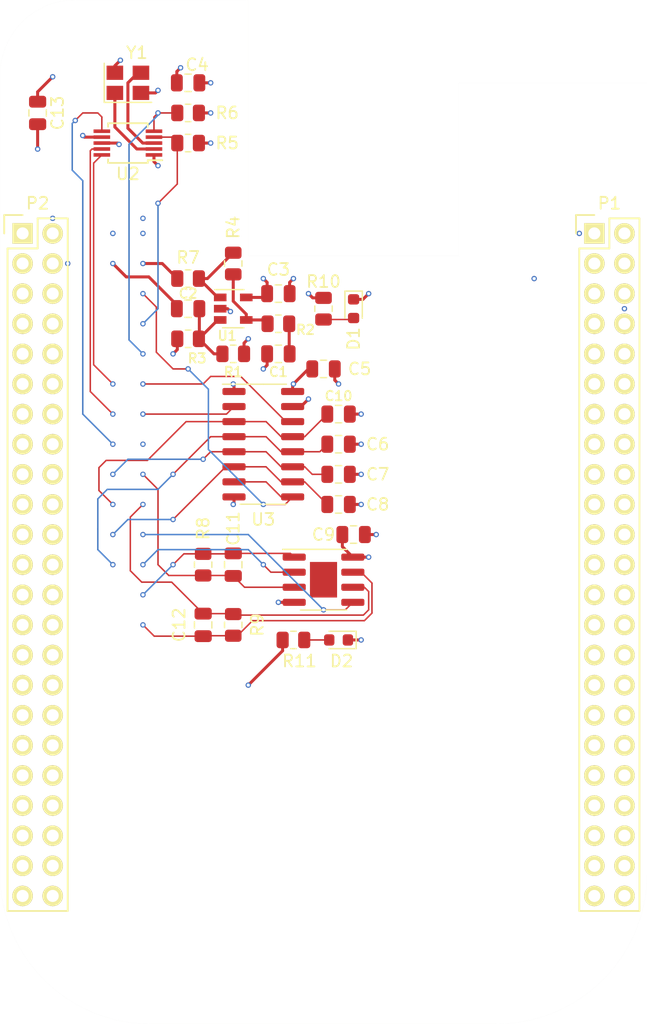
<source format=kicad_pcb>
(kicad_pcb (version 20171130) (host pcbnew "(5.1.10)-1")

  (general
    (thickness 1.5748)
    (drawings 28)
    (tracks 361)
    (zones 0)
    (modules 33)
    (nets 112)
  )

  (page A4)
  (layers
    (0 F.Cu signal)
    (1 GNDD.Cu power)
    (2 3V3.Cu power)
    (31 B.Cu signal hide)
    (32 B.Adhes user hide)
    (33 F.Adhes user hide)
    (34 B.Paste user)
    (35 F.Paste user hide)
    (36 B.SilkS user hide)
    (37 F.SilkS user)
    (38 B.Mask user hide)
    (39 F.Mask user hide)
    (40 Dwgs.User user hide)
    (41 Cmts.User user hide)
    (42 Eco1.User user hide)
    (43 Eco2.User user hide)
    (44 Edge.Cuts user)
    (45 Margin user hide)
    (46 B.CrtYd user hide)
    (47 F.CrtYd user)
    (48 B.Fab user hide)
    (49 F.Fab user)
  )

  (setup
    (last_trace_width 0.1524)
    (user_trace_width 0.1016)
    (user_trace_width 0.127)
    (user_trace_width 0.1524)
    (user_trace_width 0.254)
    (user_trace_width 0.508)
    (user_trace_width 0.762)
    (trace_clearance 0.1524)
    (zone_clearance 0.508)
    (zone_45_only no)
    (trace_min 0.1016)
    (via_size 0.4572)
    (via_drill 0.254)
    (via_min_size 0.4064)
    (via_min_drill 0.2032)
    (user_via 0.4064 0.2032)
    (user_via 0.4572 0.254)
    (uvia_size 0.4572)
    (uvia_drill 0.254)
    (uvias_allowed no)
    (uvia_min_size 0)
    (uvia_min_drill 0)
    (edge_width 0.00254)
    (segment_width 0.2)
    (pcb_text_width 0.3)
    (pcb_text_size 1.5 1.5)
    (mod_edge_width 0.127)
    (mod_text_size 1 1)
    (mod_text_width 0.15)
    (pad_size 1.7272 1.7272)
    (pad_drill 1.016)
    (pad_to_mask_clearance 0)
    (aux_axis_origin 0 0)
    (grid_origin 116.3701 62.3824)
    (visible_elements 7FFFFFFF)
    (pcbplotparams
      (layerselection 0x010f0_ffffffff)
      (usegerberextensions false)
      (usegerberattributes true)
      (usegerberadvancedattributes true)
      (creategerberjobfile true)
      (excludeedgelayer true)
      (linewidth 0.100000)
      (plotframeref false)
      (viasonmask false)
      (mode 1)
      (useauxorigin false)
      (hpglpennumber 1)
      (hpglpenspeed 20)
      (hpglpendiameter 15.000000)
      (psnegative false)
      (psa4output false)
      (plotreference true)
      (plotvalue true)
      (plotinvisibletext false)
      (padsonsilk false)
      (subtractmaskfromsilk false)
      (outputformat 1)
      (mirror false)
      (drillshape 0)
      (scaleselection 1)
      (outputdirectory "ELEC3607Gerber/"))
  )

  (net 0 "")
  (net 1 +3V3)
  (net 2 +5V)
  (net 3 SYS_5V)
  (net 4 GND)
  (net 5 "Net-(C1-Pad2)")
  (net 6 "Net-(C2-Pad2)")
  (net 7 RFIN)
  (net 8 Q+)
  (net 9 I+)
  (net 10 Iout)
  (net 11 Qout)
  (net 12 RFOUT)
  (net 13 MIXIN)
  (net 14 I2C_SCL)
  (net 15 I2C_SDA)
  (net 16 CLK0)
  (net 17 MIXCLK0)
  (net 18 CLK1)
  (net 19 MIXCLK90)
  (net 20 CLK2)
  (net 21 MIXI+)
  (net 22 MIXI-)
  (net 23 MIXQ+)
  (net 24 MIXQ-)
  (net 25 "Net-(R2-Pad1)")
  (net 26 "Net-(R4-Pad1)")
  (net 27 "Net-(U2-Pad2)")
  (net 28 "Net-(U2-Pad3)")
  (net 29 I-)
  (net 30 Q-)
  (net 31 "Net-(P1-Pad3)")
  (net 32 "Net-(P1-Pad4)")
  (net 33 "Net-(P1-Pad5)")
  (net 34 "Net-(P1-Pad6)")
  (net 35 "Net-(P1-Pad7)")
  (net 36 "Net-(P1-Pad8)")
  (net 37 "Net-(P1-Pad9)")
  (net 38 "Net-(P1-Pad10)")
  (net 39 "Net-(P1-Pad11)")
  (net 40 "Net-(P1-Pad12)")
  (net 41 "Net-(P1-Pad13)")
  (net 42 "Net-(P1-Pad14)")
  (net 43 "Net-(P1-Pad15)")
  (net 44 "Net-(P1-Pad16)")
  (net 45 "Net-(P1-Pad17)")
  (net 46 "Net-(P1-Pad18)")
  (net 47 "Net-(P1-Pad19)")
  (net 48 "Net-(P1-Pad20)")
  (net 49 "Net-(P1-Pad21)")
  (net 50 "Net-(P1-Pad22)")
  (net 51 "Net-(P1-Pad23)")
  (net 52 "Net-(P1-Pad24)")
  (net 53 "Net-(P1-Pad25)")
  (net 54 "Net-(P1-Pad26)")
  (net 55 "Net-(P1-Pad27)")
  (net 56 "Net-(P1-Pad28)")
  (net 57 "Net-(P1-Pad29)")
  (net 58 "Net-(P1-Pad30)")
  (net 59 "Net-(P1-Pad31)")
  (net 60 "Net-(P1-Pad32)")
  (net 61 "Net-(P1-Pad33)")
  (net 62 "Net-(P1-Pad34)")
  (net 63 "Net-(P1-Pad35)")
  (net 64 "Net-(P1-Pad36)")
  (net 65 "Net-(P1-Pad37)")
  (net 66 "Net-(P1-Pad38)")
  (net 67 "Net-(P1-Pad39)")
  (net 68 "Net-(P1-Pad40)")
  (net 69 "Net-(P1-Pad41)")
  (net 70 "Net-(P1-Pad42)")
  (net 71 "Net-(P1-Pad43)")
  (net 72 "Net-(P1-Pad44)")
  (net 73 "Net-(P1-Pad45)")
  (net 74 "Net-(P1-Pad46)")
  (net 75 PWR_BUT)
  (net 76 SYS_RESETN)
  (net 77 "Net-(P2-Pad11)")
  (net 78 "Net-(P2-Pad12)")
  (net 79 "Net-(P2-Pad13)")
  (net 80 "Net-(P2-Pad14)")
  (net 81 "Net-(P2-Pad15)")
  (net 82 "Net-(P2-Pad16)")
  (net 83 "Net-(P2-Pad17)")
  (net 84 "Net-(P2-Pad18)")
  (net 85 "Net-(P2-Pad19)")
  (net 86 "Net-(P2-Pad20)")
  (net 87 "Net-(P2-Pad21)")
  (net 88 "Net-(P2-Pad22)")
  (net 89 "Net-(P2-Pad23)")
  (net 90 "Net-(P2-Pad24)")
  (net 91 "Net-(P2-Pad25)")
  (net 92 "Net-(P2-Pad26)")
  (net 93 "Net-(P2-Pad27)")
  (net 94 "Net-(P2-Pad28)")
  (net 95 "Net-(P2-Pad29)")
  (net 96 "Net-(P2-Pad30)")
  (net 97 "Net-(P2-Pad31)")
  (net 98 VDD_ADC)
  (net 99 "Net-(P2-Pad33)")
  (net 100 GNDA_ADC)
  (net 101 "Net-(P2-Pad35)")
  (net 102 "Net-(P2-Pad36)")
  (net 103 "Net-(P2-Pad37)")
  (net 104 "Net-(P2-Pad38)")
  (net 105 "Net-(P2-Pad39)")
  (net 106 "Net-(P2-Pad40)")
  (net 107 "Net-(P2-Pad41)")
  (net 108 "Net-(P2-Pad42)")
  (net 109 "Net-(D1-Pad2)")
  (net 110 "Net-(D2-Pad2)")
  (net 111 LED_IN)

  (net_class Default "To jest domyślna klasa połączeń."
    (clearance 0.1524)
    (trace_width 0.1524)
    (via_dia 0.4572)
    (via_drill 0.254)
    (uvia_dia 0.4572)
    (uvia_drill 0.254)
    (diff_pair_width 0.1524)
    (diff_pair_gap 0.1524)
    (add_net +3V3)
    (add_net +5V)
    (add_net CLK0)
    (add_net CLK1)
    (add_net CLK2)
    (add_net GND)
    (add_net GNDA_ADC)
    (add_net I+)
    (add_net I-)
    (add_net I2C_SCL)
    (add_net I2C_SDA)
    (add_net Iout)
    (add_net LED_IN)
    (add_net MIXCLK0)
    (add_net MIXCLK90)
    (add_net MIXI+)
    (add_net MIXI-)
    (add_net MIXIN)
    (add_net MIXQ+)
    (add_net MIXQ-)
    (add_net "Net-(C1-Pad2)")
    (add_net "Net-(C2-Pad2)")
    (add_net "Net-(D1-Pad2)")
    (add_net "Net-(D2-Pad2)")
    (add_net "Net-(P1-Pad10)")
    (add_net "Net-(P1-Pad11)")
    (add_net "Net-(P1-Pad12)")
    (add_net "Net-(P1-Pad13)")
    (add_net "Net-(P1-Pad14)")
    (add_net "Net-(P1-Pad15)")
    (add_net "Net-(P1-Pad16)")
    (add_net "Net-(P1-Pad17)")
    (add_net "Net-(P1-Pad18)")
    (add_net "Net-(P1-Pad19)")
    (add_net "Net-(P1-Pad20)")
    (add_net "Net-(P1-Pad21)")
    (add_net "Net-(P1-Pad22)")
    (add_net "Net-(P1-Pad23)")
    (add_net "Net-(P1-Pad24)")
    (add_net "Net-(P1-Pad25)")
    (add_net "Net-(P1-Pad26)")
    (add_net "Net-(P1-Pad27)")
    (add_net "Net-(P1-Pad28)")
    (add_net "Net-(P1-Pad29)")
    (add_net "Net-(P1-Pad3)")
    (add_net "Net-(P1-Pad30)")
    (add_net "Net-(P1-Pad31)")
    (add_net "Net-(P1-Pad32)")
    (add_net "Net-(P1-Pad33)")
    (add_net "Net-(P1-Pad34)")
    (add_net "Net-(P1-Pad35)")
    (add_net "Net-(P1-Pad36)")
    (add_net "Net-(P1-Pad37)")
    (add_net "Net-(P1-Pad38)")
    (add_net "Net-(P1-Pad39)")
    (add_net "Net-(P1-Pad4)")
    (add_net "Net-(P1-Pad40)")
    (add_net "Net-(P1-Pad41)")
    (add_net "Net-(P1-Pad42)")
    (add_net "Net-(P1-Pad43)")
    (add_net "Net-(P1-Pad44)")
    (add_net "Net-(P1-Pad45)")
    (add_net "Net-(P1-Pad46)")
    (add_net "Net-(P1-Pad5)")
    (add_net "Net-(P1-Pad6)")
    (add_net "Net-(P1-Pad7)")
    (add_net "Net-(P1-Pad8)")
    (add_net "Net-(P1-Pad9)")
    (add_net "Net-(P2-Pad11)")
    (add_net "Net-(P2-Pad12)")
    (add_net "Net-(P2-Pad13)")
    (add_net "Net-(P2-Pad14)")
    (add_net "Net-(P2-Pad15)")
    (add_net "Net-(P2-Pad16)")
    (add_net "Net-(P2-Pad17)")
    (add_net "Net-(P2-Pad18)")
    (add_net "Net-(P2-Pad19)")
    (add_net "Net-(P2-Pad20)")
    (add_net "Net-(P2-Pad21)")
    (add_net "Net-(P2-Pad22)")
    (add_net "Net-(P2-Pad23)")
    (add_net "Net-(P2-Pad24)")
    (add_net "Net-(P2-Pad25)")
    (add_net "Net-(P2-Pad26)")
    (add_net "Net-(P2-Pad27)")
    (add_net "Net-(P2-Pad28)")
    (add_net "Net-(P2-Pad29)")
    (add_net "Net-(P2-Pad30)")
    (add_net "Net-(P2-Pad31)")
    (add_net "Net-(P2-Pad33)")
    (add_net "Net-(P2-Pad35)")
    (add_net "Net-(P2-Pad36)")
    (add_net "Net-(P2-Pad37)")
    (add_net "Net-(P2-Pad38)")
    (add_net "Net-(P2-Pad39)")
    (add_net "Net-(P2-Pad40)")
    (add_net "Net-(P2-Pad41)")
    (add_net "Net-(P2-Pad42)")
    (add_net "Net-(R2-Pad1)")
    (add_net "Net-(R4-Pad1)")
    (add_net "Net-(U2-Pad2)")
    (add_net "Net-(U2-Pad3)")
    (add_net PWR_BUT)
    (add_net Q+)
    (add_net Q-)
    (add_net Qout)
    (add_net RFIN)
    (add_net RFOUT)
    (add_net SYS_5V)
    (add_net SYS_RESETN)
    (add_net VDD_ADC)
  )

  (module Package_SO:SOIC-8-1EP_3.9x4.9mm_P1.27mm_EP2.29x3mm (layer F.Cu) (tedit 5DC5FE76) (tstamp 6020F5B8)
    (at 141.7701 91.5924)
    (descr "SOIC, 8 Pin (https://www.analog.com/media/en/technical-documentation/data-sheets/ada4898-1_4898-2.pdf#page=29), generated with kicad-footprint-generator ipc_gullwing_generator.py")
    (tags "SOIC SO")
    (path /601C7EF0)
    (attr smd)
    (fp_text reference U4 (at 0 0) (layer F.Fab)
      (effects (font (size 1 1) (thickness 0.15)))
    )
    (fp_text value TL972 (at 6.35 1.27) (layer F.Fab)
      (effects (font (size 1 1) (thickness 0.15)))
    )
    (fp_line (start 3.7 -2.7) (end -3.7 -2.7) (layer F.CrtYd) (width 0.05))
    (fp_line (start 3.7 2.7) (end 3.7 -2.7) (layer F.CrtYd) (width 0.05))
    (fp_line (start -3.7 2.7) (end 3.7 2.7) (layer F.CrtYd) (width 0.05))
    (fp_line (start -3.7 -2.7) (end -3.7 2.7) (layer F.CrtYd) (width 0.05))
    (fp_line (start -1.95 -1.475) (end -0.975 -2.45) (layer F.Fab) (width 0.1))
    (fp_line (start -1.95 2.45) (end -1.95 -1.475) (layer F.Fab) (width 0.1))
    (fp_line (start 1.95 2.45) (end -1.95 2.45) (layer F.Fab) (width 0.1))
    (fp_line (start 1.95 -2.45) (end 1.95 2.45) (layer F.Fab) (width 0.1))
    (fp_line (start -0.975 -2.45) (end 1.95 -2.45) (layer F.Fab) (width 0.1))
    (fp_line (start 0 -2.56) (end -3.45 -2.56) (layer F.SilkS) (width 0.12))
    (fp_line (start 0 -2.56) (end 1.95 -2.56) (layer F.SilkS) (width 0.12))
    (fp_line (start 0 2.56) (end -1.95 2.56) (layer F.SilkS) (width 0.12))
    (fp_line (start 0 2.56) (end 1.95 2.56) (layer F.SilkS) (width 0.12))
    (fp_text user %R (at 0 0) (layer F.Fab)
      (effects (font (size 0.98 0.98) (thickness 0.15)))
    )
    (pad 1 smd roundrect (at -2.475 -1.905) (size 1.95 0.6) (layers F.Cu F.Paste F.Mask) (roundrect_rratio 0.25)
      (net 10 Iout))
    (pad 2 smd roundrect (at -2.475 -0.635) (size 1.95 0.6) (layers F.Cu F.Paste F.Mask) (roundrect_rratio 0.25)
      (net 30 Q-))
    (pad 3 smd roundrect (at -2.475 0.635) (size 1.95 0.6) (layers F.Cu F.Paste F.Mask) (roundrect_rratio 0.25)
      (net 9 I+))
    (pad 4 smd roundrect (at -2.475 1.905) (size 1.95 0.6) (layers F.Cu F.Paste F.Mask) (roundrect_rratio 0.25)
      (net 4 GND))
    (pad 5 smd roundrect (at 2.475 1.905) (size 1.95 0.6) (layers F.Cu F.Paste F.Mask) (roundrect_rratio 0.25)
      (net 8 Q+))
    (pad 6 smd roundrect (at 2.475 0.635) (size 1.95 0.6) (layers F.Cu F.Paste F.Mask) (roundrect_rratio 0.25)
      (net 29 I-))
    (pad 7 smd roundrect (at 2.475 -0.635) (size 1.95 0.6) (layers F.Cu F.Paste F.Mask) (roundrect_rratio 0.25)
      (net 11 Qout))
    (pad 8 smd roundrect (at 2.475 -1.905) (size 1.95 0.6) (layers F.Cu F.Paste F.Mask) (roundrect_rratio 0.25)
      (net 1 +3V3))
    (pad 9 smd rect (at 0 0) (size 2.29 3) (layers F.Cu F.Mask))
    (pad "" smd roundrect (at -0.57 -0.75) (size 0.92 1.21) (layers F.Paste) (roundrect_rratio 0.25))
    (pad "" smd roundrect (at -0.57 0.75) (size 0.92 1.21) (layers F.Paste) (roundrect_rratio 0.25))
    (pad "" smd roundrect (at 0.57 -0.75) (size 0.92 1.21) (layers F.Paste) (roundrect_rratio 0.25))
    (pad "" smd roundrect (at 0.57 0.75) (size 0.92 1.21) (layers F.Paste) (roundrect_rratio 0.25))
    (model ${KISYS3DMOD}/Package_SO.3dshapes/SOIC-8-1EP_3.9x4.9mm_P1.27mm_EP2.29x3mm.wrl
      (at (xyz 0 0 0))
      (scale (xyz 1 1 1))
      (rotate (xyz 0 0 0))
    )
  )

  (module Capacitor_SMD:C_0805_2012Metric (layer F.Cu) (tedit 5F68FEEE) (tstamp 602DCB17)
    (at 143.0401 85.2424)
    (descr "Capacitor SMD 0805 (2012 Metric), square (rectangular) end terminal, IPC_7351 nominal, (Body size source: IPC-SM-782 page 76, https://www.pcb-3d.com/wordpress/wp-content/uploads/ipc-sm-782a_amendment_1_and_2.pdf, https://docs.google.com/spreadsheets/d/1BsfQQcO9C6DZCsRaXUlFlo91Tg2WpOkGARC1WS5S8t0/edit?usp=sharing), generated with kicad-footprint-generator")
    (tags capacitor)
    (path /602A284B)
    (attr smd)
    (fp_text reference C8 (at 3.302 0) (layer F.SilkS)
      (effects (font (size 1 1) (thickness 0.15)))
    )
    (fp_text value 0.1uF (at 0 1.68) (layer B.Fab)
      (effects (font (size 1 1) (thickness 0.15)))
    )
    (fp_line (start -1 0.625) (end -1 -0.625) (layer F.Fab) (width 0.1))
    (fp_line (start -1 -0.625) (end 1 -0.625) (layer F.Fab) (width 0.1))
    (fp_line (start 1 -0.625) (end 1 0.625) (layer F.Fab) (width 0.1))
    (fp_line (start 1 0.625) (end -1 0.625) (layer F.Fab) (width 0.1))
    (fp_line (start -0.261252 -0.735) (end 0.261252 -0.735) (layer F.SilkS) (width 0.12))
    (fp_line (start -0.261252 0.735) (end 0.261252 0.735) (layer F.SilkS) (width 0.12))
    (fp_line (start -1.7 0.98) (end -1.7 -0.98) (layer F.CrtYd) (width 0.05))
    (fp_line (start -1.7 -0.98) (end 1.7 -0.98) (layer F.CrtYd) (width 0.05))
    (fp_line (start 1.7 -0.98) (end 1.7 0.98) (layer F.CrtYd) (width 0.05))
    (fp_line (start 1.7 0.98) (end -1.7 0.98) (layer F.CrtYd) (width 0.05))
    (fp_text user %R (at 0 0) (layer F.Fab)
      (effects (font (size 0.5 0.5) (thickness 0.08)))
    )
    (pad 2 smd roundrect (at 0.95 0) (size 1 1.45) (layers F.Cu F.Paste F.Mask) (roundrect_rratio 0.25)
      (net 4 GND))
    (pad 1 smd roundrect (at -0.95 0) (size 1 1.45) (layers F.Cu F.Paste F.Mask) (roundrect_rratio 0.25)
      (net 23 MIXQ+))
    (model ${KISYS3DMOD}/Capacitor_SMD.3dshapes/C_0805_2012Metric.wrl
      (at (xyz 0 0 0))
      (scale (xyz 1 1 1))
      (rotate (xyz 0 0 0))
    )
  )

  (module Capacitor_SMD:C_0805_2012Metric (layer F.Cu) (tedit 5F68FEEE) (tstamp 601BD251)
    (at 143.0401 77.6224)
    (descr "Capacitor SMD 0805 (2012 Metric), square (rectangular) end terminal, IPC_7351 nominal, (Body size source: IPC-SM-782 page 76, https://www.pcb-3d.com/wordpress/wp-content/uploads/ipc-sm-782a_amendment_1_and_2.pdf, https://docs.google.com/spreadsheets/d/1BsfQQcO9C6DZCsRaXUlFlo91Tg2WpOkGARC1WS5S8t0/edit?usp=sharing), generated with kicad-footprint-generator")
    (tags capacitor)
    (path /6029B96C)
    (attr smd)
    (fp_text reference C10 (at 0 -1.524) (layer F.SilkS)
      (effects (font (size 0.8 0.8) (thickness 0.15)))
    )
    (fp_text value 0.1uF (at 0 1.68) (layer B.Fab)
      (effects (font (size 1 1) (thickness 0.15)))
    )
    (fp_line (start 1.7 0.98) (end -1.7 0.98) (layer F.CrtYd) (width 0.05))
    (fp_line (start 1.7 -0.98) (end 1.7 0.98) (layer F.CrtYd) (width 0.05))
    (fp_line (start -1.7 -0.98) (end 1.7 -0.98) (layer F.CrtYd) (width 0.05))
    (fp_line (start -1.7 0.98) (end -1.7 -0.98) (layer F.CrtYd) (width 0.05))
    (fp_line (start -0.261252 0.735) (end 0.261252 0.735) (layer F.SilkS) (width 0.12))
    (fp_line (start -0.261252 -0.735) (end 0.261252 -0.735) (layer F.SilkS) (width 0.12))
    (fp_line (start 1 0.625) (end -1 0.625) (layer F.Fab) (width 0.1))
    (fp_line (start 1 -0.625) (end 1 0.625) (layer F.Fab) (width 0.1))
    (fp_line (start -1 -0.625) (end 1 -0.625) (layer F.Fab) (width 0.1))
    (fp_line (start -1 0.625) (end -1 -0.625) (layer F.Fab) (width 0.1))
    (fp_text user %R (at 0 0) (layer F.Fab)
      (effects (font (size 0.5 0.5) (thickness 0.08)))
    )
    (pad 1 smd roundrect (at -0.95 0) (size 1 1.45) (layers F.Cu F.Paste F.Mask) (roundrect_rratio 0.25)
      (net 22 MIXI-))
    (pad 2 smd roundrect (at 0.95 0) (size 1 1.45) (layers F.Cu F.Paste F.Mask) (roundrect_rratio 0.25)
      (net 4 GND))
    (model ${KISYS3DMOD}/Capacitor_SMD.3dshapes/C_0805_2012Metric.wrl
      (at (xyz 0 0 0))
      (scale (xyz 1 1 1))
      (rotate (xyz 0 0 0))
    )
  )

  (module Capacitor_SMD:C_0805_2012Metric (layer F.Cu) (tedit 5F68FEEE) (tstamp 601BD20D)
    (at 143.0401 80.1624)
    (descr "Capacitor SMD 0805 (2012 Metric), square (rectangular) end terminal, IPC_7351 nominal, (Body size source: IPC-SM-782 page 76, https://www.pcb-3d.com/wordpress/wp-content/uploads/ipc-sm-782a_amendment_1_and_2.pdf, https://docs.google.com/spreadsheets/d/1BsfQQcO9C6DZCsRaXUlFlo91Tg2WpOkGARC1WS5S8t0/edit?usp=sharing), generated with kicad-footprint-generator")
    (tags capacitor)
    (path /6028C70C)
    (attr smd)
    (fp_text reference C6 (at 3.302 0) (layer F.SilkS)
      (effects (font (size 1 1) (thickness 0.15)))
    )
    (fp_text value 0.1uF (at 0 1.68) (layer B.Fab)
      (effects (font (size 1 1) (thickness 0.15)))
    )
    (fp_line (start -1 0.625) (end -1 -0.625) (layer F.Fab) (width 0.1))
    (fp_line (start -1 -0.625) (end 1 -0.625) (layer F.Fab) (width 0.1))
    (fp_line (start 1 -0.625) (end 1 0.625) (layer F.Fab) (width 0.1))
    (fp_line (start 1 0.625) (end -1 0.625) (layer F.Fab) (width 0.1))
    (fp_line (start -0.261252 -0.735) (end 0.261252 -0.735) (layer F.SilkS) (width 0.12))
    (fp_line (start -0.261252 0.735) (end 0.261252 0.735) (layer F.SilkS) (width 0.12))
    (fp_line (start -1.7 0.98) (end -1.7 -0.98) (layer F.CrtYd) (width 0.05))
    (fp_line (start -1.7 -0.98) (end 1.7 -0.98) (layer F.CrtYd) (width 0.05))
    (fp_line (start 1.7 -0.98) (end 1.7 0.98) (layer F.CrtYd) (width 0.05))
    (fp_line (start 1.7 0.98) (end -1.7 0.98) (layer F.CrtYd) (width 0.05))
    (fp_text user %R (at 0 0) (layer F.Fab)
      (effects (font (size 0.5 0.5) (thickness 0.08)))
    )
    (pad 2 smd roundrect (at 0.95 0) (size 1 1.45) (layers F.Cu F.Paste F.Mask) (roundrect_rratio 0.25)
      (net 4 GND))
    (pad 1 smd roundrect (at -0.95 0) (size 1 1.45) (layers F.Cu F.Paste F.Mask) (roundrect_rratio 0.25)
      (net 24 MIXQ-))
    (model ${KISYS3DMOD}/Capacitor_SMD.3dshapes/C_0805_2012Metric.wrl
      (at (xyz 0 0 0))
      (scale (xyz 1 1 1))
      (rotate (xyz 0 0 0))
    )
  )

  (module Capacitor_SMD:C_0805_2012Metric (layer F.Cu) (tedit 5F68FEEE) (tstamp 601BD21E)
    (at 143.0401 82.7024)
    (descr "Capacitor SMD 0805 (2012 Metric), square (rectangular) end terminal, IPC_7351 nominal, (Body size source: IPC-SM-782 page 76, https://www.pcb-3d.com/wordpress/wp-content/uploads/ipc-sm-782a_amendment_1_and_2.pdf, https://docs.google.com/spreadsheets/d/1BsfQQcO9C6DZCsRaXUlFlo91Tg2WpOkGARC1WS5S8t0/edit?usp=sharing), generated with kicad-footprint-generator")
    (tags capacitor)
    (path /6028E62B)
    (attr smd)
    (fp_text reference C7 (at 3.302 0) (layer F.SilkS)
      (effects (font (size 1 1) (thickness 0.15)))
    )
    (fp_text value 0.1uF (at 0 1.68) (layer B.Fab)
      (effects (font (size 1 1) (thickness 0.15)))
    )
    (fp_line (start 1.7 0.98) (end -1.7 0.98) (layer F.CrtYd) (width 0.05))
    (fp_line (start 1.7 -0.98) (end 1.7 0.98) (layer F.CrtYd) (width 0.05))
    (fp_line (start -1.7 -0.98) (end 1.7 -0.98) (layer F.CrtYd) (width 0.05))
    (fp_line (start -1.7 0.98) (end -1.7 -0.98) (layer F.CrtYd) (width 0.05))
    (fp_line (start -0.261252 0.735) (end 0.261252 0.735) (layer F.SilkS) (width 0.12))
    (fp_line (start -0.261252 -0.735) (end 0.261252 -0.735) (layer F.SilkS) (width 0.12))
    (fp_line (start 1 0.625) (end -1 0.625) (layer F.Fab) (width 0.1))
    (fp_line (start 1 -0.625) (end 1 0.625) (layer F.Fab) (width 0.1))
    (fp_line (start -1 -0.625) (end 1 -0.625) (layer F.Fab) (width 0.1))
    (fp_line (start -1 0.625) (end -1 -0.625) (layer F.Fab) (width 0.1))
    (fp_text user %R (at 0 0) (layer F.Fab)
      (effects (font (size 0.5 0.5) (thickness 0.08)))
    )
    (pad 1 smd roundrect (at -0.95 0) (size 1 1.45) (layers F.Cu F.Paste F.Mask) (roundrect_rratio 0.25)
      (net 21 MIXI+))
    (pad 2 smd roundrect (at 0.95 0) (size 1 1.45) (layers F.Cu F.Paste F.Mask) (roundrect_rratio 0.25)
      (net 4 GND))
    (model ${KISYS3DMOD}/Capacitor_SMD.3dshapes/C_0805_2012Metric.wrl
      (at (xyz 0 0 0))
      (scale (xyz 1 1 1))
      (rotate (xyz 0 0 0))
    )
  )

  (module Capacitor_SMD:C_0805_2012Metric (layer F.Cu) (tedit 5F68FEEE) (tstamp 601BD240)
    (at 144.3101 87.7824)
    (descr "Capacitor SMD 0805 (2012 Metric), square (rectangular) end terminal, IPC_7351 nominal, (Body size source: IPC-SM-782 page 76, https://www.pcb-3d.com/wordpress/wp-content/uploads/ipc-sm-782a_amendment_1_and_2.pdf, https://docs.google.com/spreadsheets/d/1BsfQQcO9C6DZCsRaXUlFlo91Tg2WpOkGARC1WS5S8t0/edit?usp=sharing), generated with kicad-footprint-generator")
    (tags capacitor)
    (path /601EDEE7)
    (attr smd)
    (fp_text reference C9 (at -2.54 0) (layer F.SilkS)
      (effects (font (size 1 1) (thickness 0.15)))
    )
    (fp_text value 0.1uF (at 0 1.68) (layer B.Fab)
      (effects (font (size 1 1) (thickness 0.15)))
    )
    (fp_line (start -1 0.625) (end -1 -0.625) (layer F.Fab) (width 0.1))
    (fp_line (start -1 -0.625) (end 1 -0.625) (layer F.Fab) (width 0.1))
    (fp_line (start 1 -0.625) (end 1 0.625) (layer F.Fab) (width 0.1))
    (fp_line (start 1 0.625) (end -1 0.625) (layer F.Fab) (width 0.1))
    (fp_line (start -0.261252 -0.735) (end 0.261252 -0.735) (layer F.SilkS) (width 0.12))
    (fp_line (start -0.261252 0.735) (end 0.261252 0.735) (layer F.SilkS) (width 0.12))
    (fp_line (start -1.7 0.98) (end -1.7 -0.98) (layer F.CrtYd) (width 0.05))
    (fp_line (start -1.7 -0.98) (end 1.7 -0.98) (layer F.CrtYd) (width 0.05))
    (fp_line (start 1.7 -0.98) (end 1.7 0.98) (layer F.CrtYd) (width 0.05))
    (fp_line (start 1.7 0.98) (end -1.7 0.98) (layer F.CrtYd) (width 0.05))
    (fp_text user %R (at 0 0) (layer F.Fab)
      (effects (font (size 0.5 0.5) (thickness 0.08)))
    )
    (pad 2 smd roundrect (at 0.95 0) (size 1 1.45) (layers F.Cu F.Paste F.Mask) (roundrect_rratio 0.25)
      (net 4 GND))
    (pad 1 smd roundrect (at -0.95 0) (size 1 1.45) (layers F.Cu F.Paste F.Mask) (roundrect_rratio 0.25)
      (net 1 +3V3))
    (model ${KISYS3DMOD}/Capacitor_SMD.3dshapes/C_0805_2012Metric.wrl
      (at (xyz 0 0 0))
      (scale (xyz 1 1 1))
      (rotate (xyz 0 0 0))
    )
  )

  (module Socket_BeagleBone_Black:Socket_BeagleBone_Black (layer F.Cu) (tedit 0) (tstamp 55DF7748)
    (at 116.3701 62.3824)
    (descr "Through hole pin header")
    (tags "pin header")
    (path /55DF7DBA)
    (fp_text reference P2 (at 1.27 -2.54) (layer F.SilkS)
      (effects (font (size 1 1) (thickness 0.15)))
    )
    (fp_text value BeagleBone_Black_Header (at 0 -3.1) (layer B.Fab) hide
      (effects (font (size 1 1) (thickness 0.15)))
    )
    (fp_line (start -1.55 -1.55) (end -1.55 0) (layer F.SilkS) (width 0.15))
    (fp_line (start 1.27 1.27) (end -1.27 1.27) (layer F.SilkS) (width 0.15))
    (fp_line (start 1.27 -1.27) (end 1.27 1.27) (layer F.SilkS) (width 0.15))
    (fp_line (start 0 -1.55) (end -1.55 -1.55) (layer F.SilkS) (width 0.15))
    (fp_line (start 3.81 -1.27) (end 1.27 -1.27) (layer F.SilkS) (width 0.15))
    (fp_line (start 3.81 57.15) (end -1.27 57.15) (layer F.SilkS) (width 0.15))
    (fp_line (start -1.27 57.15) (end -1.27 1.27) (layer F.SilkS) (width 0.15))
    (fp_line (start 3.81 57.15) (end 3.81 -1.27) (layer F.SilkS) (width 0.15))
    (fp_line (start -1.75 57.65) (end 4.3 57.65) (layer F.CrtYd) (width 0.05))
    (fp_line (start -1.75 -1.75) (end 4.3 -1.75) (layer F.CrtYd) (width 0.05))
    (fp_line (start 4.3 -1.75) (end 4.3 57.65) (layer F.CrtYd) (width 0.05))
    (fp_line (start -1.75 -1.75) (end -1.75 57.65) (layer F.CrtYd) (width 0.05))
    (pad 1 thru_hole rect (at 0 0) (size 1.7272 1.7272) (drill 1.016) (layers *.Cu *.Mask F.SilkS)
      (net 4 GND))
    (pad 2 thru_hole oval (at 2.54 0) (size 1.7272 1.7272) (drill 1.016) (layers *.Cu *.Mask F.SilkS)
      (net 4 GND))
    (pad 3 thru_hole oval (at 0 2.54) (size 1.7272 1.7272) (drill 1.016) (layers *.Cu *.Mask F.SilkS)
      (net 1 +3V3))
    (pad 4 thru_hole oval (at 2.54 2.54) (size 1.7272 1.7272) (drill 1.016) (layers *.Cu *.Mask F.SilkS)
      (net 1 +3V3))
    (pad 5 thru_hole oval (at 0 5.08) (size 1.7272 1.7272) (drill 1.016) (layers *.Cu *.Mask F.SilkS)
      (net 2 +5V))
    (pad 6 thru_hole oval (at 2.54 5.08) (size 1.7272 1.7272) (drill 1.016) (layers *.Cu *.Mask F.SilkS)
      (net 2 +5V))
    (pad 7 thru_hole oval (at 0 7.62) (size 1.7272 1.7272) (drill 1.016) (layers *.Cu *.Mask F.SilkS)
      (net 3 SYS_5V))
    (pad 8 thru_hole oval (at 2.54 7.62) (size 1.7272 1.7272) (drill 1.016) (layers *.Cu *.Mask F.SilkS)
      (net 3 SYS_5V))
    (pad 9 thru_hole oval (at 0 10.16) (size 1.7272 1.7272) (drill 1.016) (layers *.Cu *.Mask F.SilkS)
      (net 75 PWR_BUT))
    (pad 10 thru_hole oval (at 2.54 10.16) (size 1.7272 1.7272) (drill 1.016) (layers *.Cu *.Mask F.SilkS)
      (net 76 SYS_RESETN))
    (pad 11 thru_hole oval (at 0 12.7) (size 1.7272 1.7272) (drill 1.016) (layers *.Cu *.Mask F.SilkS)
      (net 77 "Net-(P2-Pad11)"))
    (pad 12 thru_hole oval (at 2.54 12.7) (size 1.7272 1.7272) (drill 1.016) (layers *.Cu *.Mask F.SilkS)
      (net 78 "Net-(P2-Pad12)"))
    (pad 13 thru_hole oval (at 0 15.24) (size 1.7272 1.7272) (drill 1.016) (layers *.Cu *.Mask F.SilkS)
      (net 79 "Net-(P2-Pad13)"))
    (pad 14 thru_hole oval (at 2.54 15.24) (size 1.7272 1.7272) (drill 1.016) (layers *.Cu *.Mask F.SilkS)
      (net 80 "Net-(P2-Pad14)"))
    (pad 15 thru_hole oval (at 0 17.78) (size 1.7272 1.7272) (drill 1.016) (layers *.Cu *.Mask F.SilkS)
      (net 81 "Net-(P2-Pad15)"))
    (pad 16 thru_hole oval (at 2.54 17.78) (size 1.7272 1.7272) (drill 1.016) (layers *.Cu *.Mask F.SilkS)
      (net 82 "Net-(P2-Pad16)"))
    (pad 17 thru_hole oval (at 0 20.32) (size 1.7272 1.7272) (drill 1.016) (layers *.Cu *.Mask F.SilkS)
      (net 83 "Net-(P2-Pad17)"))
    (pad 18 thru_hole oval (at 2.54 20.32) (size 1.7272 1.7272) (drill 1.016) (layers *.Cu *.Mask F.SilkS)
      (net 84 "Net-(P2-Pad18)"))
    (pad 19 thru_hole oval (at 0 22.86) (size 1.7272 1.7272) (drill 1.016) (layers *.Cu *.Mask F.SilkS)
      (net 85 "Net-(P2-Pad19)"))
    (pad 20 thru_hole oval (at 2.54 22.86) (size 1.7272 1.7272) (drill 1.016) (layers *.Cu *.Mask F.SilkS)
      (net 86 "Net-(P2-Pad20)"))
    (pad 21 thru_hole oval (at 0 25.4) (size 1.7272 1.7272) (drill 1.016) (layers *.Cu *.Mask F.SilkS)
      (net 87 "Net-(P2-Pad21)"))
    (pad 22 thru_hole oval (at 2.54 25.4) (size 1.7272 1.7272) (drill 1.016) (layers *.Cu *.Mask F.SilkS)
      (net 88 "Net-(P2-Pad22)"))
    (pad 23 thru_hole oval (at 0 27.94) (size 1.7272 1.7272) (drill 1.016) (layers *.Cu *.Mask F.SilkS)
      (net 89 "Net-(P2-Pad23)"))
    (pad 24 thru_hole oval (at 2.54 27.94) (size 1.7272 1.7272) (drill 1.016) (layers *.Cu *.Mask F.SilkS)
      (net 90 "Net-(P2-Pad24)"))
    (pad 25 thru_hole oval (at 0 30.48) (size 1.7272 1.7272) (drill 1.016) (layers *.Cu *.Mask F.SilkS)
      (net 91 "Net-(P2-Pad25)"))
    (pad 26 thru_hole oval (at 2.54 30.48) (size 1.7272 1.7272) (drill 1.016) (layers *.Cu *.Mask F.SilkS)
      (net 92 "Net-(P2-Pad26)"))
    (pad 27 thru_hole oval (at 0 33.02) (size 1.7272 1.7272) (drill 1.016) (layers *.Cu *.Mask F.SilkS)
      (net 93 "Net-(P2-Pad27)"))
    (pad 28 thru_hole oval (at 2.54 33.02) (size 1.7272 1.7272) (drill 1.016) (layers *.Cu *.Mask F.SilkS)
      (net 94 "Net-(P2-Pad28)"))
    (pad 29 thru_hole oval (at 0 35.56) (size 1.7272 1.7272) (drill 1.016) (layers *.Cu *.Mask F.SilkS)
      (net 95 "Net-(P2-Pad29)"))
    (pad 30 thru_hole oval (at 2.54 35.56) (size 1.7272 1.7272) (drill 1.016) (layers *.Cu *.Mask F.SilkS)
      (net 96 "Net-(P2-Pad30)"))
    (pad 31 thru_hole oval (at 0 38.1) (size 1.7272 1.7272) (drill 1.016) (layers *.Cu *.Mask F.SilkS)
      (net 97 "Net-(P2-Pad31)"))
    (pad 32 thru_hole oval (at 2.54 38.1) (size 1.7272 1.7272) (drill 1.016) (layers *.Cu *.Mask F.SilkS)
      (net 98 VDD_ADC))
    (pad 33 thru_hole oval (at 0 40.64) (size 1.7272 1.7272) (drill 1.016) (layers *.Cu *.Mask F.SilkS)
      (net 99 "Net-(P2-Pad33)"))
    (pad 34 thru_hole oval (at 2.54 40.64) (size 1.7272 1.7272) (drill 1.016) (layers *.Cu *.Mask F.SilkS)
      (net 100 GNDA_ADC))
    (pad 35 thru_hole oval (at 0 43.18) (size 1.7272 1.7272) (drill 1.016) (layers *.Cu *.Mask F.SilkS)
      (net 101 "Net-(P2-Pad35)"))
    (pad 36 thru_hole oval (at 2.54 43.18) (size 1.7272 1.7272) (drill 1.016) (layers *.Cu *.Mask F.SilkS)
      (net 102 "Net-(P2-Pad36)"))
    (pad 37 thru_hole oval (at 0 45.72) (size 1.7272 1.7272) (drill 1.016) (layers *.Cu *.Mask F.SilkS)
      (net 103 "Net-(P2-Pad37)"))
    (pad 38 thru_hole oval (at 2.54 45.72) (size 1.7272 1.7272) (drill 1.016) (layers *.Cu *.Mask F.SilkS)
      (net 104 "Net-(P2-Pad38)"))
    (pad 39 thru_hole oval (at 0 48.26) (size 1.7272 1.7272) (drill 1.016) (layers *.Cu *.Mask F.SilkS)
      (net 105 "Net-(P2-Pad39)"))
    (pad 40 thru_hole oval (at 2.54 48.26) (size 1.7272 1.7272) (drill 1.016) (layers *.Cu *.Mask F.SilkS)
      (net 106 "Net-(P2-Pad40)"))
    (pad 41 thru_hole oval (at 0 50.8) (size 1.7272 1.7272) (drill 1.016) (layers *.Cu *.Mask F.SilkS)
      (net 107 "Net-(P2-Pad41)"))
    (pad 42 thru_hole oval (at 2.54 50.8) (size 1.7272 1.7272) (drill 1.016) (layers *.Cu *.Mask F.SilkS)
      (net 108 "Net-(P2-Pad42)"))
    (pad 43 thru_hole oval (at 0 53.34) (size 1.7272 1.7272) (drill 1.016) (layers *.Cu *.Mask F.SilkS)
      (net 4 GND))
    (pad 44 thru_hole oval (at 2.54 53.34) (size 1.7272 1.7272) (drill 1.016) (layers *.Cu *.Mask F.SilkS)
      (net 4 GND))
    (pad 45 thru_hole oval (at 0 55.88) (size 1.7272 1.7272) (drill 1.016) (layers *.Cu *.Mask F.SilkS)
      (net 4 GND))
    (pad 46 thru_hole oval (at 2.54 55.88) (size 1.7272 1.7272) (drill 1.016) (layers *.Cu *.Mask F.SilkS)
      (net 4 GND))
    (model ${KIPRJMOD}/Socket_BeagleBone_Black.3dshapes/Socket_BeagleBone_Black.wrl
      (offset (xyz 1.269999980926514 -27.9399995803833 0))
      (scale (xyz 1 1 1))
      (rotate (xyz 0 0 90))
    )
  )

  (module Capacitor_SMD:C_0805_2012Metric (layer F.Cu) (tedit 5F68FEEE) (tstamp 602131E6)
    (at 117.6401 52.2224 270)
    (descr "Capacitor SMD 0805 (2012 Metric), square (rectangular) end terminal, IPC_7351 nominal, (Body size source: IPC-SM-782 page 76, https://www.pcb-3d.com/wordpress/wp-content/uploads/ipc-sm-782a_amendment_1_and_2.pdf, https://docs.google.com/spreadsheets/d/1BsfQQcO9C6DZCsRaXUlFlo91Tg2WpOkGARC1WS5S8t0/edit?usp=sharing), generated with kicad-footprint-generator")
    (tags capacitor)
    (path /60241FB4)
    (attr smd)
    (fp_text reference C13 (at 0 -1.68 90) (layer F.SilkS)
      (effects (font (size 1 1) (thickness 0.15)))
    )
    (fp_text value 10uF (at 0 2.54 90) (layer B.Fab)
      (effects (font (size 1 1) (thickness 0.15)))
    )
    (fp_line (start -1 0.625) (end -1 -0.625) (layer F.Fab) (width 0.1))
    (fp_line (start -1 -0.625) (end 1 -0.625) (layer F.Fab) (width 0.1))
    (fp_line (start 1 -0.625) (end 1 0.625) (layer F.Fab) (width 0.1))
    (fp_line (start 1 0.625) (end -1 0.625) (layer F.Fab) (width 0.1))
    (fp_line (start -0.261252 -0.735) (end 0.261252 -0.735) (layer F.SilkS) (width 0.12))
    (fp_line (start -0.261252 0.735) (end 0.261252 0.735) (layer F.SilkS) (width 0.12))
    (fp_line (start -1.7 0.98) (end -1.7 -0.98) (layer F.CrtYd) (width 0.05))
    (fp_line (start -1.7 -0.98) (end 1.7 -0.98) (layer F.CrtYd) (width 0.05))
    (fp_line (start 1.7 -0.98) (end 1.7 0.98) (layer F.CrtYd) (width 0.05))
    (fp_line (start 1.7 0.98) (end -1.7 0.98) (layer F.CrtYd) (width 0.05))
    (fp_text user %R (at 0 0 90) (layer F.Fab)
      (effects (font (size 0.3 0.3) (thickness 0.075)))
    )
    (pad 2 smd roundrect (at 0.95 0 270) (size 1 1.45) (layers F.Cu F.Paste F.Mask) (roundrect_rratio 0.25)
      (net 4 GND))
    (pad 1 smd roundrect (at -0.95 0 270) (size 1 1.45) (layers F.Cu F.Paste F.Mask) (roundrect_rratio 0.25)
      (net 1 +3V3))
    (model ${KISYS3DMOD}/Capacitor_SMD.3dshapes/C_0805_2012Metric.wrl
      (at (xyz 0 0 0))
      (scale (xyz 1 1 1))
      (rotate (xyz 0 0 0))
    )
  )

  (module Resistor_SMD:R_0805_2012Metric (layer F.Cu) (tedit 5F68FEEE) (tstamp 602BABB6)
    (at 139.2301 96.6724)
    (descr "Resistor SMD 0805 (2012 Metric), square (rectangular) end terminal, IPC_7351 nominal, (Body size source: IPC-SM-782 page 72, https://www.pcb-3d.com/wordpress/wp-content/uploads/ipc-sm-782a_amendment_1_and_2.pdf), generated with kicad-footprint-generator")
    (tags resistor)
    (path /605207BC)
    (attr smd)
    (fp_text reference R11 (at 0.508 1.778) (layer F.SilkS)
      (effects (font (size 1 1) (thickness 0.15)))
    )
    (fp_text value 200 (at 0 1.65) (layer B.Fab)
      (effects (font (size 1 1) (thickness 0.15)))
    )
    (fp_line (start 1.68 0.95) (end -1.68 0.95) (layer F.CrtYd) (width 0.05))
    (fp_line (start 1.68 -0.95) (end 1.68 0.95) (layer F.CrtYd) (width 0.05))
    (fp_line (start -1.68 -0.95) (end 1.68 -0.95) (layer F.CrtYd) (width 0.05))
    (fp_line (start -1.68 0.95) (end -1.68 -0.95) (layer F.CrtYd) (width 0.05))
    (fp_line (start -0.227064 0.735) (end 0.227064 0.735) (layer F.SilkS) (width 0.12))
    (fp_line (start -0.227064 -0.735) (end 0.227064 -0.735) (layer F.SilkS) (width 0.12))
    (fp_line (start 1 0.625) (end -1 0.625) (layer F.Fab) (width 0.1))
    (fp_line (start 1 -0.625) (end 1 0.625) (layer F.Fab) (width 0.1))
    (fp_line (start -1 -0.625) (end 1 -0.625) (layer F.Fab) (width 0.1))
    (fp_line (start -1 0.625) (end -1 -0.625) (layer F.Fab) (width 0.1))
    (fp_text user %R (at 0 0) (layer F.Fab)
      (effects (font (size 0.5 0.5) (thickness 0.08)))
    )
    (pad 2 smd roundrect (at 0.9125 0) (size 1.025 1.4) (layers F.Cu F.Paste F.Mask) (roundrect_rratio 0.2439004878048781)
      (net 110 "Net-(D2-Pad2)"))
    (pad 1 smd roundrect (at -0.9125 0) (size 1.025 1.4) (layers F.Cu F.Paste F.Mask) (roundrect_rratio 0.2439004878048781)
      (net 111 LED_IN))
    (model ${KISYS3DMOD}/Resistor_SMD.3dshapes/R_0805_2012Metric.wrl
      (at (xyz 0 0 0))
      (scale (xyz 1 1 1))
      (rotate (xyz 0 0 0))
    )
  )

  (module Resistor_SMD:R_0805_2012Metric (layer F.Cu) (tedit 5F68FEEE) (tstamp 602B9FF1)
    (at 141.7701 68.7324 270)
    (descr "Resistor SMD 0805 (2012 Metric), square (rectangular) end terminal, IPC_7351 nominal, (Body size source: IPC-SM-782 page 72, https://www.pcb-3d.com/wordpress/wp-content/uploads/ipc-sm-782a_amendment_1_and_2.pdf), generated with kicad-footprint-generator")
    (tags resistor)
    (path /604E7CE2)
    (attr smd)
    (fp_text reference R10 (at -2.286 0 180) (layer F.SilkS)
      (effects (font (size 1 1) (thickness 0.15)))
    )
    (fp_text value 62 (at 0 1.65 90) (layer B.Fab)
      (effects (font (size 1 1) (thickness 0.15)))
    )
    (fp_line (start 1.68 0.95) (end -1.68 0.95) (layer F.CrtYd) (width 0.05))
    (fp_line (start 1.68 -0.95) (end 1.68 0.95) (layer F.CrtYd) (width 0.05))
    (fp_line (start -1.68 -0.95) (end 1.68 -0.95) (layer F.CrtYd) (width 0.05))
    (fp_line (start -1.68 0.95) (end -1.68 -0.95) (layer F.CrtYd) (width 0.05))
    (fp_line (start -0.227064 0.735) (end 0.227064 0.735) (layer F.SilkS) (width 0.12))
    (fp_line (start -0.227064 -0.735) (end 0.227064 -0.735) (layer F.SilkS) (width 0.12))
    (fp_line (start 1 0.625) (end -1 0.625) (layer F.Fab) (width 0.1))
    (fp_line (start 1 -0.625) (end 1 0.625) (layer F.Fab) (width 0.1))
    (fp_line (start -1 -0.625) (end 1 -0.625) (layer F.Fab) (width 0.1))
    (fp_line (start -1 0.625) (end -1 -0.625) (layer F.Fab) (width 0.1))
    (fp_text user %R (at 0 0 90) (layer F.Fab)
      (effects (font (size 0.5 0.5) (thickness 0.08)))
    )
    (pad 2 smd roundrect (at 0.9125 0 270) (size 1.025 1.4) (layers F.Cu F.Paste F.Mask) (roundrect_rratio 0.2439004878048781)
      (net 109 "Net-(D1-Pad2)"))
    (pad 1 smd roundrect (at -0.9125 0 270) (size 1.025 1.4) (layers F.Cu F.Paste F.Mask) (roundrect_rratio 0.2439004878048781)
      (net 1 +3V3))
    (model ${KISYS3DMOD}/Resistor_SMD.3dshapes/R_0805_2012Metric.wrl
      (at (xyz 0 0 0))
      (scale (xyz 1 1 1))
      (rotate (xyz 0 0 0))
    )
  )

  (module Diode_SMD:D_0603_1608Metric (layer F.Cu) (tedit 5F68FEF0) (tstamp 602BAB82)
    (at 143.0401 96.6724 180)
    (descr "Diode SMD 0603 (1608 Metric), square (rectangular) end terminal, IPC_7351 nominal, (Body size source: http://www.tortai-tech.com/upload/download/2011102023233369053.pdf), generated with kicad-footprint-generator")
    (tags diode)
    (path /60517428)
    (attr smd)
    (fp_text reference D2 (at -0.254 -1.778) (layer F.SilkS)
      (effects (font (size 1 1) (thickness 0.15)))
    )
    (fp_text value "LED blue" (at 0 -2.54) (layer F.Fab)
      (effects (font (size 1 1) (thickness 0.15)))
    )
    (fp_line (start 1.48 0.73) (end -1.48 0.73) (layer F.CrtYd) (width 0.05))
    (fp_line (start 1.48 -0.73) (end 1.48 0.73) (layer F.CrtYd) (width 0.05))
    (fp_line (start -1.48 -0.73) (end 1.48 -0.73) (layer F.CrtYd) (width 0.05))
    (fp_line (start -1.48 0.73) (end -1.48 -0.73) (layer F.CrtYd) (width 0.05))
    (fp_line (start -1.485 0.735) (end 0.8 0.735) (layer F.SilkS) (width 0.12))
    (fp_line (start -1.485 -0.735) (end -1.485 0.735) (layer F.SilkS) (width 0.12))
    (fp_line (start 0.8 -0.735) (end -1.485 -0.735) (layer F.SilkS) (width 0.12))
    (fp_line (start 0.8 0.4) (end 0.8 -0.4) (layer F.Fab) (width 0.1))
    (fp_line (start -0.8 0.4) (end 0.8 0.4) (layer F.Fab) (width 0.1))
    (fp_line (start -0.8 -0.1) (end -0.8 0.4) (layer F.Fab) (width 0.1))
    (fp_line (start -0.5 -0.4) (end -0.8 -0.1) (layer F.Fab) (width 0.1))
    (fp_line (start 0.8 -0.4) (end -0.5 -0.4) (layer F.Fab) (width 0.1))
    (fp_text user %R (at 0 0) (layer F.Fab)
      (effects (font (size 0.4 0.4) (thickness 0.06)))
    )
    (pad 2 smd roundrect (at 0.7875 0 180) (size 0.875 0.95) (layers F.Cu F.Paste F.Mask) (roundrect_rratio 0.25)
      (net 110 "Net-(D2-Pad2)"))
    (pad 1 smd roundrect (at -0.7875 0 180) (size 0.875 0.95) (layers F.Cu F.Paste F.Mask) (roundrect_rratio 0.25)
      (net 4 GND))
    (model ${KISYS3DMOD}/Diode_SMD.3dshapes/D_0603_1608Metric.wrl
      (at (xyz 0 0 0))
      (scale (xyz 1 1 1))
      (rotate (xyz 0 0 0))
    )
  )

  (module Diode_SMD:D_0603_1608Metric (layer F.Cu) (tedit 5F68FEF0) (tstamp 602B9D57)
    (at 144.3101 68.7324 270)
    (descr "Diode SMD 0603 (1608 Metric), square (rectangular) end terminal, IPC_7351 nominal, (Body size source: http://www.tortai-tech.com/upload/download/2011102023233369053.pdf), generated with kicad-footprint-generator")
    (tags diode)
    (path /604CF197)
    (attr smd)
    (fp_text reference D1 (at 2.54 0 90) (layer F.SilkS)
      (effects (font (size 1 1) (thickness 0.15)))
    )
    (fp_text value "LED yellow" (at 2.54 -3.81 180) (layer F.Fab)
      (effects (font (size 1 1) (thickness 0.15)))
    )
    (fp_line (start 1.48 0.73) (end -1.48 0.73) (layer F.CrtYd) (width 0.05))
    (fp_line (start 1.48 -0.73) (end 1.48 0.73) (layer F.CrtYd) (width 0.05))
    (fp_line (start -1.48 -0.73) (end 1.48 -0.73) (layer F.CrtYd) (width 0.05))
    (fp_line (start -1.48 0.73) (end -1.48 -0.73) (layer F.CrtYd) (width 0.05))
    (fp_line (start -1.485 0.735) (end 0.8 0.735) (layer F.SilkS) (width 0.12))
    (fp_line (start -1.485 -0.735) (end -1.485 0.735) (layer F.SilkS) (width 0.12))
    (fp_line (start 0.8 -0.735) (end -1.485 -0.735) (layer F.SilkS) (width 0.12))
    (fp_line (start 0.8 0.4) (end 0.8 -0.4) (layer F.Fab) (width 0.1))
    (fp_line (start -0.8 0.4) (end 0.8 0.4) (layer F.Fab) (width 0.1))
    (fp_line (start -0.8 -0.1) (end -0.8 0.4) (layer F.Fab) (width 0.1))
    (fp_line (start -0.5 -0.4) (end -0.8 -0.1) (layer F.Fab) (width 0.1))
    (fp_line (start 0.8 -0.4) (end -0.5 -0.4) (layer F.Fab) (width 0.1))
    (fp_text user %R (at 0 0 90) (layer F.Fab)
      (effects (font (size 0.4 0.4) (thickness 0.06)))
    )
    (pad 2 smd roundrect (at 0.7875 0 270) (size 0.875 0.95) (layers F.Cu F.Paste F.Mask) (roundrect_rratio 0.25)
      (net 109 "Net-(D1-Pad2)"))
    (pad 1 smd roundrect (at -0.7875 0 270) (size 0.875 0.95) (layers F.Cu F.Paste F.Mask) (roundrect_rratio 0.25)
      (net 4 GND))
    (model ${KISYS3DMOD}/Diode_SMD.3dshapes/D_0603_1608Metric.wrl
      (at (xyz 0 0 0))
      (scale (xyz 1 1 1))
      (rotate (xyz 0 0 0))
    )
  )

  (module Package_TO_SOT_SMD:SOT-23-5 (layer F.Cu) (tedit 5A02FF57) (tstamp 602B68F2)
    (at 134.1501 68.7324)
    (descr "5-pin SOT23 package")
    (tags SOT-23-5)
    (path /604B3C4E)
    (attr smd)
    (fp_text reference U1 (at -0.508 2.286) (layer F.SilkS)
      (effects (font (size 0.8 0.8) (thickness 0.15)))
    )
    (fp_text value THS4304 (at 5.08 -6.35) (layer F.Fab)
      (effects (font (size 1 1) (thickness 0.15)))
    )
    (fp_line (start 0.9 -1.55) (end 0.9 1.55) (layer F.Fab) (width 0.1))
    (fp_line (start 0.9 1.55) (end -0.9 1.55) (layer F.Fab) (width 0.1))
    (fp_line (start -0.9 -0.9) (end -0.9 1.55) (layer F.Fab) (width 0.1))
    (fp_line (start 0.9 -1.55) (end -0.25 -1.55) (layer F.Fab) (width 0.1))
    (fp_line (start -0.9 -0.9) (end -0.25 -1.55) (layer F.Fab) (width 0.1))
    (fp_line (start -1.9 1.8) (end -1.9 -1.8) (layer F.CrtYd) (width 0.05))
    (fp_line (start 1.9 1.8) (end -1.9 1.8) (layer F.CrtYd) (width 0.05))
    (fp_line (start 1.9 -1.8) (end 1.9 1.8) (layer F.CrtYd) (width 0.05))
    (fp_line (start -1.9 -1.8) (end 1.9 -1.8) (layer F.CrtYd) (width 0.05))
    (fp_line (start 0.9 -1.61) (end -1.55 -1.61) (layer F.SilkS) (width 0.12))
    (fp_line (start -0.9 1.61) (end 0.9 1.61) (layer F.SilkS) (width 0.12))
    (fp_text user %R (at 0 0 90) (layer F.Fab)
      (effects (font (size 0.5 0.5) (thickness 0.075)))
    )
    (pad 5 smd rect (at 1.1 -0.95) (size 1.06 0.65) (layers F.Cu F.Paste F.Mask)
      (net 1 +3V3))
    (pad 4 smd rect (at 1.1 0.95) (size 1.06 0.65) (layers F.Cu F.Paste F.Mask)
      (net 25 "Net-(R2-Pad1)"))
    (pad 3 smd rect (at -1.1 0.95) (size 1.06 0.65) (layers F.Cu F.Paste F.Mask)
      (net 6 "Net-(C2-Pad2)"))
    (pad 2 smd rect (at -1.1 0) (size 1.06 0.65) (layers F.Cu F.Paste F.Mask)
      (net 4 GND))
    (pad 1 smd rect (at -1.1 -0.95) (size 1.06 0.65) (layers F.Cu F.Paste F.Mask)
      (net 26 "Net-(R4-Pad1)"))
    (model ${KISYS3DMOD}/Package_TO_SOT_SMD.3dshapes/SOT-23-5.wrl
      (at (xyz 0 0 0))
      (scale (xyz 1 1 1))
      (rotate (xyz 0 0 0))
    )
  )

  (module Capacitor_SMD:C_0805_2012Metric (layer F.Cu) (tedit 5F68FEEE) (tstamp 602B6BBA)
    (at 130.3401 68.7324)
    (descr "Capacitor SMD 0805 (2012 Metric), square (rectangular) end terminal, IPC_7351 nominal, (Body size source: IPC-SM-782 page 76, https://www.pcb-3d.com/wordpress/wp-content/uploads/ipc-sm-782a_amendment_1_and_2.pdf, https://docs.google.com/spreadsheets/d/1BsfQQcO9C6DZCsRaXUlFlo91Tg2WpOkGARC1WS5S8t0/edit?usp=sharing), generated with kicad-footprint-generator")
    (tags capacitor)
    (path /603B18A3)
    (attr smd)
    (fp_text reference C2 (at 0 -1.27) (layer F.SilkS)
      (effects (font (size 0.8 0.8) (thickness 0.15)))
    )
    (fp_text value 0.01uF (at -3.81 0) (layer B.Fab)
      (effects (font (size 1 1) (thickness 0.15)))
    )
    (fp_line (start 1.7 0.98) (end -1.7 0.98) (layer F.CrtYd) (width 0.05))
    (fp_line (start 1.7 -0.98) (end 1.7 0.98) (layer F.CrtYd) (width 0.05))
    (fp_line (start -1.7 -0.98) (end 1.7 -0.98) (layer F.CrtYd) (width 0.05))
    (fp_line (start -1.7 0.98) (end -1.7 -0.98) (layer F.CrtYd) (width 0.05))
    (fp_line (start -0.261252 0.735) (end 0.261252 0.735) (layer F.SilkS) (width 0.12))
    (fp_line (start -0.261252 -0.735) (end 0.261252 -0.735) (layer F.SilkS) (width 0.12))
    (fp_line (start 1 0.625) (end -1 0.625) (layer F.Fab) (width 0.1))
    (fp_line (start 1 -0.625) (end 1 0.625) (layer F.Fab) (width 0.1))
    (fp_line (start -1 -0.625) (end 1 -0.625) (layer F.Fab) (width 0.1))
    (fp_line (start -1 0.625) (end -1 -0.625) (layer F.Fab) (width 0.1))
    (fp_text user %R (at 0 0) (layer F.Fab)
      (effects (font (size 0.5 0.5) (thickness 0.08)))
    )
    (pad 2 smd roundrect (at 0.95 0) (size 1 1.45) (layers F.Cu F.Paste F.Mask) (roundrect_rratio 0.25)
      (net 6 "Net-(C2-Pad2)"))
    (pad 1 smd roundrect (at -0.95 0) (size 1 1.45) (layers F.Cu F.Paste F.Mask) (roundrect_rratio 0.25)
      (net 7 RFIN))
    (model ${KISYS3DMOD}/Capacitor_SMD.3dshapes/C_0805_2012Metric.wrl
      (at (xyz 0 0 0))
      (scale (xyz 1 1 1))
      (rotate (xyz 0 0 0))
    )
  )

  (module Capacitor_SMD:C_0805_2012Metric (layer F.Cu) (tedit 5F68FEEE) (tstamp 602B68BB)
    (at 137.9601 72.5424)
    (descr "Capacitor SMD 0805 (2012 Metric), square (rectangular) end terminal, IPC_7351 nominal, (Body size source: IPC-SM-782 page 76, https://www.pcb-3d.com/wordpress/wp-content/uploads/ipc-sm-782a_amendment_1_and_2.pdf, https://docs.google.com/spreadsheets/d/1BsfQQcO9C6DZCsRaXUlFlo91Tg2WpOkGARC1WS5S8t0/edit?usp=sharing), generated with kicad-footprint-generator")
    (tags capacitor)
    (path /60380A52)
    (attr smd)
    (fp_text reference C1 (at 0 1.524) (layer F.SilkS)
      (effects (font (size 0.8 0.8) (thickness 0.15)))
    )
    (fp_text value 0.1uF (at 0 1.68) (layer B.Fab)
      (effects (font (size 1 1) (thickness 0.15)))
    )
    (fp_line (start 1.7 0.98) (end -1.7 0.98) (layer F.CrtYd) (width 0.05))
    (fp_line (start 1.7 -0.98) (end 1.7 0.98) (layer F.CrtYd) (width 0.05))
    (fp_line (start -1.7 -0.98) (end 1.7 -0.98) (layer F.CrtYd) (width 0.05))
    (fp_line (start -1.7 0.98) (end -1.7 -0.98) (layer F.CrtYd) (width 0.05))
    (fp_line (start -0.261252 0.735) (end 0.261252 0.735) (layer F.SilkS) (width 0.12))
    (fp_line (start -0.261252 -0.735) (end 0.261252 -0.735) (layer F.SilkS) (width 0.12))
    (fp_line (start 1 0.625) (end -1 0.625) (layer F.Fab) (width 0.1))
    (fp_line (start 1 -0.625) (end 1 0.625) (layer F.Fab) (width 0.1))
    (fp_line (start -1 -0.625) (end 1 -0.625) (layer F.Fab) (width 0.1))
    (fp_line (start -1 0.625) (end -1 -0.625) (layer F.Fab) (width 0.1))
    (fp_text user %R (at 0 0) (layer F.Fab)
      (effects (font (size 0.5 0.5) (thickness 0.08)))
    )
    (pad 2 smd roundrect (at 0.95 0) (size 1 1.45) (layers F.Cu F.Paste F.Mask) (roundrect_rratio 0.25)
      (net 5 "Net-(C1-Pad2)"))
    (pad 1 smd roundrect (at -0.95 0) (size 1 1.45) (layers F.Cu F.Paste F.Mask) (roundrect_rratio 0.25)
      (net 4 GND))
    (model ${KISYS3DMOD}/Capacitor_SMD.3dshapes/C_0805_2012Metric.wrl
      (at (xyz 0 0 0))
      (scale (xyz 1 1 1))
      (rotate (xyz 0 0 0))
    )
  )

  (module Package_SO:MSOP-10_3x3mm_P0.5mm (layer F.Cu) (tedit 5A02F25C) (tstamp 601BD378)
    (at 125.2601 54.7624 180)
    (descr "10-Lead Plastic Micro Small Outline Package (MS) [MSOP] (see Microchip Packaging Specification 00000049BS.pdf)")
    (tags "SSOP 0.5")
    (path /601FBF8D)
    (attr smd)
    (fp_text reference U2 (at 0 -2.6) (layer F.SilkS)
      (effects (font (size 1 1) (thickness 0.15)))
    )
    (fp_text value Si5351A-B-GT (at -1.27 -2.54) (layer F.Fab)
      (effects (font (size 1 1) (thickness 0.15) italic))
    )
    (fp_line (start -1.675 -1.45) (end -2.9 -1.45) (layer F.SilkS) (width 0.15))
    (fp_line (start -1.675 1.675) (end 1.675 1.675) (layer F.SilkS) (width 0.15))
    (fp_line (start -1.675 -1.675) (end 1.675 -1.675) (layer F.SilkS) (width 0.15))
    (fp_line (start -1.675 1.675) (end -1.675 1.375) (layer F.SilkS) (width 0.15))
    (fp_line (start 1.675 1.675) (end 1.675 1.375) (layer F.SilkS) (width 0.15))
    (fp_line (start 1.675 -1.675) (end 1.675 -1.375) (layer F.SilkS) (width 0.15))
    (fp_line (start -1.675 -1.675) (end -1.675 -1.45) (layer F.SilkS) (width 0.15))
    (fp_line (start -3.15 1.85) (end 3.15 1.85) (layer F.CrtYd) (width 0.05))
    (fp_line (start -3.15 -1.85) (end 3.15 -1.85) (layer F.CrtYd) (width 0.05))
    (fp_line (start 3.15 -1.85) (end 3.15 1.85) (layer F.CrtYd) (width 0.05))
    (fp_line (start -3.15 -1.85) (end -3.15 1.85) (layer F.CrtYd) (width 0.05))
    (fp_line (start -1.5 -0.5) (end -0.5 -1.5) (layer F.Fab) (width 0.15))
    (fp_line (start -1.5 1.5) (end -1.5 -0.5) (layer F.Fab) (width 0.15))
    (fp_line (start 1.5 1.5) (end -1.5 1.5) (layer F.Fab) (width 0.15))
    (fp_line (start 1.5 -1.5) (end 1.5 1.5) (layer F.Fab) (width 0.15))
    (fp_line (start -0.5 -1.5) (end 1.5 -1.5) (layer F.Fab) (width 0.15))
    (fp_text user %R (at 0 0) (layer F.Fab)
      (effects (font (size 0.6 0.6) (thickness 0.15)))
    )
    (pad 1 smd rect (at -2.2 -1 180) (size 1.4 0.3) (layers F.Cu F.Paste F.Mask)
      (net 1 +3V3))
    (pad 2 smd rect (at -2.2 -0.5 180) (size 1.4 0.3) (layers F.Cu F.Paste F.Mask)
      (net 27 "Net-(U2-Pad2)"))
    (pad 3 smd rect (at -2.2 0 180) (size 1.4 0.3) (layers F.Cu F.Paste F.Mask)
      (net 28 "Net-(U2-Pad3)"))
    (pad 4 smd rect (at -2.2 0.5 180) (size 1.4 0.3) (layers F.Cu F.Paste F.Mask)
      (net 14 I2C_SCL))
    (pad 5 smd rect (at -2.2 1 180) (size 1.4 0.3) (layers F.Cu F.Paste F.Mask)
      (net 15 I2C_SDA))
    (pad 6 smd rect (at 2.2 1 180) (size 1.4 0.3) (layers F.Cu F.Paste F.Mask)
      (net 20 CLK2))
    (pad 7 smd rect (at 2.2 0.5 180) (size 1.4 0.3) (layers F.Cu F.Paste F.Mask)
      (net 1 +3V3))
    (pad 8 smd rect (at 2.2 0 180) (size 1.4 0.3) (layers F.Cu F.Paste F.Mask)
      (net 4 GND))
    (pad 9 smd rect (at 2.2 -0.5 180) (size 1.4 0.3) (layers F.Cu F.Paste F.Mask)
      (net 18 CLK1))
    (pad 10 smd rect (at 2.2 -1 180) (size 1.4 0.3) (layers F.Cu F.Paste F.Mask)
      (net 16 CLK0))
    (model ${KISYS3DMOD}/Package_SO.3dshapes/MSOP-10_3x3mm_P0.5mm.wrl
      (at (xyz 0 0 0))
      (scale (xyz 1 1 1))
      (rotate (xyz 0 0 0))
    )
  )

  (module Crystal:Crystal_SMD_TXC_7M-4Pin_3.2x2.5mm (layer F.Cu) (tedit 5A0FD1B2) (tstamp 60212782)
    (at 125.2601 49.6824)
    (descr "SMD Crystal TXC 7M http://www.txccrystal.com/images/pdf/7m-accuracy.pdf, 3.2x2.5mm^2 package")
    (tags "SMD SMT crystal")
    (path /6020767C)
    (attr smd)
    (fp_text reference Y1 (at 0.762 -2.54) (layer F.SilkS)
      (effects (font (size 1 1) (thickness 0.15)))
    )
    (fp_text value Crystal (at 0 -3.81) (layer F.Fab)
      (effects (font (size 1 1) (thickness 0.15) italic))
    )
    (fp_line (start -1.6 -1.25) (end -1.6 1.25) (layer F.Fab) (width 0.1))
    (fp_line (start -1.6 1.25) (end 1.6 1.25) (layer F.Fab) (width 0.1))
    (fp_line (start 1.6 1.25) (end 1.6 -1.25) (layer F.Fab) (width 0.1))
    (fp_line (start 1.6 -1.25) (end -1.6 -1.25) (layer F.Fab) (width 0.1))
    (fp_line (start -1.6 0.25) (end -0.6 1.25) (layer F.Fab) (width 0.1))
    (fp_line (start -2 -1.65) (end -2 1.65) (layer F.SilkS) (width 0.12))
    (fp_line (start -2 1.65) (end 2 1.65) (layer F.SilkS) (width 0.12))
    (fp_line (start -2.1 -1.7) (end -2.1 1.7) (layer F.CrtYd) (width 0.05))
    (fp_line (start -2.1 1.7) (end 2.1 1.7) (layer F.CrtYd) (width 0.05))
    (fp_line (start 2.1 1.7) (end 2.1 -1.7) (layer F.CrtYd) (width 0.05))
    (fp_line (start 2.1 -1.7) (end -2.1 -1.7) (layer F.CrtYd) (width 0.05))
    (fp_text user %R (at 0 0) (layer F.Fab)
      (effects (font (size 0.7 0.7) (thickness 0.105)))
    )
    (pad 4 smd rect (at -1.1 -0.85) (size 1.4 1.2) (layers F.Cu F.Paste F.Mask)
      (net 4 GND))
    (pad 3 smd rect (at 1.1 -0.85) (size 1.4 1.2) (layers F.Cu F.Paste F.Mask)
      (net 28 "Net-(U2-Pad3)"))
    (pad 2 smd rect (at 1.1 0.85) (size 1.4 1.2) (layers F.Cu F.Paste F.Mask)
      (net 4 GND))
    (pad 1 smd rect (at -1.1 0.85) (size 1.4 1.2) (layers F.Cu F.Paste F.Mask)
      (net 27 "Net-(U2-Pad2)"))
    (model ${KISYS3DMOD}/Crystal.3dshapes/Crystal_SMD_TXC_7M-4Pin_3.2x2.5mm.wrl
      (at (xyz 0 0 0))
      (scale (xyz 1 1 1))
      (rotate (xyz 0 0 0))
    )
  )

  (module Socket_BeagleBone_Black:Socket_BeagleBone_Black (layer F.Cu) (tedit 55DF76F9) (tstamp 55DF7717)
    (at 164.6301 62.3824)
    (descr "Through hole pin header")
    (tags "pin header")
    (path /55DF7DE1)
    (fp_text reference P1 (at 1.27 -2.54) (layer F.SilkS)
      (effects (font (size 1 1) (thickness 0.15)))
    )
    (fp_text value BeagleBone_Black_Header (at 1.27 -5.08) (layer B.Fab) hide
      (effects (font (size 1 1) (thickness 0.15)))
    )
    (fp_line (start -1.55 -1.55) (end -1.55 0) (layer F.SilkS) (width 0.15))
    (fp_line (start 1.27 1.27) (end -1.27 1.27) (layer F.SilkS) (width 0.15))
    (fp_line (start 1.27 -1.27) (end 1.27 1.27) (layer F.SilkS) (width 0.15))
    (fp_line (start 0 -1.55) (end -1.55 -1.55) (layer F.SilkS) (width 0.15))
    (fp_line (start 3.81 -1.27) (end 1.27 -1.27) (layer F.SilkS) (width 0.15))
    (fp_line (start 3.81 57.15) (end -1.27 57.15) (layer F.SilkS) (width 0.15))
    (fp_line (start -1.27 57.15) (end -1.27 1.27) (layer F.SilkS) (width 0.15))
    (fp_line (start 3.81 57.15) (end 3.81 -1.27) (layer F.SilkS) (width 0.15))
    (fp_line (start -1.75 57.65) (end 4.3 57.65) (layer F.CrtYd) (width 0.05))
    (fp_line (start -1.75 -1.75) (end 4.3 -1.75) (layer F.CrtYd) (width 0.05))
    (fp_line (start 4.3 -1.75) (end 4.3 57.65) (layer F.CrtYd) (width 0.05))
    (fp_line (start -1.75 -1.75) (end -1.75 57.65) (layer F.CrtYd) (width 0.05))
    (pad 1 thru_hole rect (at 0 0) (size 1.7272 1.7272) (drill 1.016) (layers *.Cu *.Mask F.SilkS)
      (net 4 GND))
    (pad 2 thru_hole oval (at 2.54 0) (size 1.7272 1.7272) (drill 1.016) (layers *.Cu *.Mask F.SilkS)
      (net 4 GND))
    (pad 3 thru_hole oval (at 0 2.54) (size 1.7272 1.7272) (drill 1.016) (layers *.Cu *.Mask F.SilkS)
      (net 31 "Net-(P1-Pad3)"))
    (pad 4 thru_hole oval (at 2.54 2.54) (size 1.7272 1.7272) (drill 1.016) (layers *.Cu *.Mask F.SilkS)
      (net 32 "Net-(P1-Pad4)"))
    (pad 5 thru_hole oval (at 0 5.08) (size 1.7272 1.7272) (drill 1.016) (layers *.Cu *.Mask F.SilkS)
      (net 33 "Net-(P1-Pad5)"))
    (pad 6 thru_hole oval (at 2.54 5.08) (size 1.7272 1.7272) (drill 1.016) (layers *.Cu *.Mask F.SilkS)
      (net 34 "Net-(P1-Pad6)"))
    (pad 7 thru_hole oval (at 0 7.62) (size 1.7272 1.7272) (drill 1.016) (layers *.Cu *.Mask F.SilkS)
      (net 35 "Net-(P1-Pad7)"))
    (pad 8 thru_hole oval (at 2.54 7.62) (size 1.7272 1.7272) (drill 1.016) (layers *.Cu *.Mask F.SilkS)
      (net 36 "Net-(P1-Pad8)"))
    (pad 9 thru_hole oval (at 0 10.16) (size 1.7272 1.7272) (drill 1.016) (layers *.Cu *.Mask F.SilkS)
      (net 37 "Net-(P1-Pad9)"))
    (pad 10 thru_hole oval (at 2.54 10.16) (size 1.7272 1.7272) (drill 1.016) (layers *.Cu *.Mask F.SilkS)
      (net 38 "Net-(P1-Pad10)"))
    (pad 11 thru_hole oval (at 0 12.7) (size 1.7272 1.7272) (drill 1.016) (layers *.Cu *.Mask F.SilkS)
      (net 39 "Net-(P1-Pad11)"))
    (pad 12 thru_hole oval (at 2.54 12.7) (size 1.7272 1.7272) (drill 1.016) (layers *.Cu *.Mask F.SilkS)
      (net 40 "Net-(P1-Pad12)"))
    (pad 13 thru_hole oval (at 0 15.24) (size 1.7272 1.7272) (drill 1.016) (layers *.Cu *.Mask F.SilkS)
      (net 41 "Net-(P1-Pad13)"))
    (pad 14 thru_hole oval (at 2.54 15.24) (size 1.7272 1.7272) (drill 1.016) (layers *.Cu *.Mask F.SilkS)
      (net 42 "Net-(P1-Pad14)"))
    (pad 15 thru_hole oval (at 0 17.78) (size 1.7272 1.7272) (drill 1.016) (layers *.Cu *.Mask F.SilkS)
      (net 43 "Net-(P1-Pad15)"))
    (pad 16 thru_hole oval (at 2.54 17.78) (size 1.7272 1.7272) (drill 1.016) (layers *.Cu *.Mask F.SilkS)
      (net 44 "Net-(P1-Pad16)"))
    (pad 17 thru_hole oval (at 0 20.32) (size 1.7272 1.7272) (drill 1.016) (layers *.Cu *.Mask F.SilkS)
      (net 45 "Net-(P1-Pad17)"))
    (pad 18 thru_hole oval (at 2.54 20.32) (size 1.7272 1.7272) (drill 1.016) (layers *.Cu *.Mask F.SilkS)
      (net 46 "Net-(P1-Pad18)"))
    (pad 19 thru_hole oval (at 0 22.86) (size 1.7272 1.7272) (drill 1.016) (layers *.Cu *.Mask F.SilkS)
      (net 47 "Net-(P1-Pad19)"))
    (pad 20 thru_hole oval (at 2.54 22.86) (size 1.7272 1.7272) (drill 1.016) (layers *.Cu *.Mask F.SilkS)
      (net 48 "Net-(P1-Pad20)"))
    (pad 21 thru_hole oval (at 0 25.4) (size 1.7272 1.7272) (drill 1.016) (layers *.Cu *.Mask F.SilkS)
      (net 49 "Net-(P1-Pad21)"))
    (pad 22 thru_hole oval (at 2.54 25.4) (size 1.7272 1.7272) (drill 1.016) (layers *.Cu *.Mask F.SilkS)
      (net 50 "Net-(P1-Pad22)"))
    (pad 23 thru_hole oval (at 0 27.94) (size 1.7272 1.7272) (drill 1.016) (layers *.Cu *.Mask F.SilkS)
      (net 51 "Net-(P1-Pad23)"))
    (pad 24 thru_hole oval (at 2.54 27.94) (size 1.7272 1.7272) (drill 1.016) (layers *.Cu *.Mask F.SilkS)
      (net 52 "Net-(P1-Pad24)"))
    (pad 25 thru_hole oval (at 0 30.48) (size 1.7272 1.7272) (drill 1.016) (layers *.Cu *.Mask F.SilkS)
      (net 53 "Net-(P1-Pad25)"))
    (pad 26 thru_hole oval (at 2.54 30.48) (size 1.7272 1.7272) (drill 1.016) (layers *.Cu *.Mask F.SilkS)
      (net 54 "Net-(P1-Pad26)"))
    (pad 27 thru_hole oval (at 0 33.02) (size 1.7272 1.7272) (drill 1.016) (layers *.Cu *.Mask F.SilkS)
      (net 55 "Net-(P1-Pad27)"))
    (pad 28 thru_hole oval (at 2.54 33.02) (size 1.7272 1.7272) (drill 1.016) (layers *.Cu *.Mask F.SilkS)
      (net 56 "Net-(P1-Pad28)"))
    (pad 29 thru_hole oval (at 0 35.56) (size 1.7272 1.7272) (drill 1.016) (layers *.Cu *.Mask F.SilkS)
      (net 57 "Net-(P1-Pad29)"))
    (pad 30 thru_hole oval (at 2.54 35.56) (size 1.7272 1.7272) (drill 1.016) (layers *.Cu *.Mask F.SilkS)
      (net 58 "Net-(P1-Pad30)"))
    (pad 31 thru_hole oval (at 0 38.1) (size 1.7272 1.7272) (drill 1.016) (layers *.Cu *.Mask F.SilkS)
      (net 59 "Net-(P1-Pad31)"))
    (pad 32 thru_hole oval (at 2.54 38.1) (size 1.7272 1.7272) (drill 1.016) (layers *.Cu *.Mask F.SilkS)
      (net 60 "Net-(P1-Pad32)"))
    (pad 33 thru_hole oval (at 0 40.64) (size 1.7272 1.7272) (drill 1.016) (layers *.Cu *.Mask F.SilkS)
      (net 61 "Net-(P1-Pad33)"))
    (pad 34 thru_hole oval (at 2.54 40.64) (size 1.7272 1.7272) (drill 1.016) (layers *.Cu *.Mask F.SilkS)
      (net 62 "Net-(P1-Pad34)"))
    (pad 35 thru_hole oval (at 0 43.18) (size 1.7272 1.7272) (drill 1.016) (layers *.Cu *.Mask F.SilkS)
      (net 63 "Net-(P1-Pad35)"))
    (pad 36 thru_hole oval (at 2.54 43.18) (size 1.7272 1.7272) (drill 1.016) (layers *.Cu *.Mask F.SilkS)
      (net 64 "Net-(P1-Pad36)"))
    (pad 37 thru_hole oval (at 0 45.72) (size 1.7272 1.7272) (drill 1.016) (layers *.Cu *.Mask F.SilkS)
      (net 65 "Net-(P1-Pad37)"))
    (pad 38 thru_hole oval (at 2.54 45.72) (size 1.7272 1.7272) (drill 1.016) (layers *.Cu *.Mask F.SilkS)
      (net 66 "Net-(P1-Pad38)"))
    (pad 39 thru_hole oval (at 0 48.26) (size 1.7272 1.7272) (drill 1.016) (layers *.Cu *.Mask F.SilkS)
      (net 67 "Net-(P1-Pad39)"))
    (pad 40 thru_hole oval (at 2.54 48.26) (size 1.7272 1.7272) (drill 1.016) (layers *.Cu *.Mask F.SilkS)
      (net 68 "Net-(P1-Pad40)"))
    (pad 41 thru_hole oval (at 0 50.8) (size 1.7272 1.7272) (drill 1.016) (layers *.Cu *.Mask F.SilkS)
      (net 69 "Net-(P1-Pad41)"))
    (pad 42 thru_hole oval (at 2.54 50.8) (size 1.7272 1.7272) (drill 1.016) (layers *.Cu *.Mask F.SilkS)
      (net 70 "Net-(P1-Pad42)"))
    (pad 43 thru_hole oval (at 0 53.34) (size 1.7272 1.7272) (drill 1.016) (layers *.Cu *.Mask F.SilkS)
      (net 71 "Net-(P1-Pad43)"))
    (pad 44 thru_hole oval (at 2.54 53.34) (size 1.7272 1.7272) (drill 1.016) (layers *.Cu *.Mask F.SilkS)
      (net 72 "Net-(P1-Pad44)"))
    (pad 45 thru_hole oval (at 0 55.88) (size 1.7272 1.7272) (drill 1.016) (layers *.Cu *.Mask F.SilkS)
      (net 73 "Net-(P1-Pad45)"))
    (pad 46 thru_hole oval (at 2.54 55.88) (size 1.7272 1.7272) (drill 1.016) (layers *.Cu *.Mask F.SilkS)
      (net 74 "Net-(P1-Pad46)"))
    (model ${KIPRJMOD}/Socket_BeagleBone_Black.3dshapes/Socket_BeagleBone_Black.wrl
      (offset (xyz 1.269999980926514 -27.9399995803833 0))
      (scale (xyz 1 1 1))
      (rotate (xyz 0 0 90))
    )
  )

  (module Capacitor_SMD:C_0805_2012Metric (layer F.Cu) (tedit 5F68FEEE) (tstamp 602B6726)
    (at 137.9601 67.4624 180)
    (descr "Capacitor SMD 0805 (2012 Metric), square (rectangular) end terminal, IPC_7351 nominal, (Body size source: IPC-SM-782 page 76, https://www.pcb-3d.com/wordpress/wp-content/uploads/ipc-sm-782a_amendment_1_and_2.pdf, https://docs.google.com/spreadsheets/d/1BsfQQcO9C6DZCsRaXUlFlo91Tg2WpOkGARC1WS5S8t0/edit?usp=sharing), generated with kicad-footprint-generator")
    (tags capacitor)
    (path /601ACE72)
    (attr smd)
    (fp_text reference C3 (at 0 2.032) (layer F.SilkS)
      (effects (font (size 1 1) (thickness 0.15)))
    )
    (fp_text value 0.1uF (at 0 2.54) (layer B.Fab)
      (effects (font (size 1 1) (thickness 0.15)))
    )
    (fp_line (start 1.7 0.98) (end -1.7 0.98) (layer F.CrtYd) (width 0.05))
    (fp_line (start 1.7 -0.98) (end 1.7 0.98) (layer F.CrtYd) (width 0.05))
    (fp_line (start -1.7 -0.98) (end 1.7 -0.98) (layer F.CrtYd) (width 0.05))
    (fp_line (start -1.7 0.98) (end -1.7 -0.98) (layer F.CrtYd) (width 0.05))
    (fp_line (start -0.261252 0.735) (end 0.261252 0.735) (layer F.SilkS) (width 0.12))
    (fp_line (start -0.261252 -0.735) (end 0.261252 -0.735) (layer F.SilkS) (width 0.12))
    (fp_line (start 1 0.625) (end -1 0.625) (layer F.Fab) (width 0.1))
    (fp_line (start 1 -0.625) (end 1 0.625) (layer F.Fab) (width 0.1))
    (fp_line (start -1 -0.625) (end 1 -0.625) (layer F.Fab) (width 0.1))
    (fp_line (start -1 0.625) (end -1 -0.625) (layer F.Fab) (width 0.1))
    (fp_text user %R (at 0 0) (layer F.Fab)
      (effects (font (size 0.5 0.5) (thickness 0.08)))
    )
    (pad 1 smd roundrect (at -0.95 0 180) (size 1 1.45) (layers F.Cu F.Paste F.Mask) (roundrect_rratio 0.25)
      (net 4 GND))
    (pad 2 smd roundrect (at 0.95 0 180) (size 1 1.45) (layers F.Cu F.Paste F.Mask) (roundrect_rratio 0.25)
      (net 1 +3V3))
    (model ${KISYS3DMOD}/Capacitor_SMD.3dshapes/C_0805_2012Metric.wrl
      (at (xyz 0 0 0))
      (scale (xyz 1 1 1))
      (rotate (xyz 0 0 0))
    )
  )

  (module Capacitor_SMD:C_0805_2012Metric (layer F.Cu) (tedit 5F68FEEE) (tstamp 601BD1EB)
    (at 130.3401 49.6824 180)
    (descr "Capacitor SMD 0805 (2012 Metric), square (rectangular) end terminal, IPC_7351 nominal, (Body size source: IPC-SM-782 page 76, https://www.pcb-3d.com/wordpress/wp-content/uploads/ipc-sm-782a_amendment_1_and_2.pdf, https://docs.google.com/spreadsheets/d/1BsfQQcO9C6DZCsRaXUlFlo91Tg2WpOkGARC1WS5S8t0/edit?usp=sharing), generated with kicad-footprint-generator")
    (tags capacitor)
    (path /601DBEF4)
    (attr smd)
    (fp_text reference C4 (at -0.762 1.524) (layer F.SilkS)
      (effects (font (size 1 1) (thickness 0.15)))
    )
    (fp_text value 0.1uF (at -3.81 1.27) (layer B.Fab)
      (effects (font (size 1 1) (thickness 0.15)))
    )
    (fp_line (start 1.7 0.98) (end -1.7 0.98) (layer F.CrtYd) (width 0.05))
    (fp_line (start 1.7 -0.98) (end 1.7 0.98) (layer F.CrtYd) (width 0.05))
    (fp_line (start -1.7 -0.98) (end 1.7 -0.98) (layer F.CrtYd) (width 0.05))
    (fp_line (start -1.7 0.98) (end -1.7 -0.98) (layer F.CrtYd) (width 0.05))
    (fp_line (start -0.261252 0.735) (end 0.261252 0.735) (layer F.SilkS) (width 0.12))
    (fp_line (start -0.261252 -0.735) (end 0.261252 -0.735) (layer F.SilkS) (width 0.12))
    (fp_line (start 1 0.625) (end -1 0.625) (layer F.Fab) (width 0.1))
    (fp_line (start 1 -0.625) (end 1 0.625) (layer F.Fab) (width 0.1))
    (fp_line (start -1 -0.625) (end 1 -0.625) (layer F.Fab) (width 0.1))
    (fp_line (start -1 0.625) (end -1 -0.625) (layer F.Fab) (width 0.1))
    (fp_text user %R (at 0 0) (layer F.Fab)
      (effects (font (size 0.5 0.5) (thickness 0.08)))
    )
    (pad 1 smd roundrect (at -0.95 0 180) (size 1 1.45) (layers F.Cu F.Paste F.Mask) (roundrect_rratio 0.25)
      (net 1 +3V3))
    (pad 2 smd roundrect (at 0.95 0 180) (size 1 1.45) (layers F.Cu F.Paste F.Mask) (roundrect_rratio 0.25)
      (net 4 GND))
    (model ${KISYS3DMOD}/Capacitor_SMD.3dshapes/C_0805_2012Metric.wrl
      (at (xyz 0 0 0))
      (scale (xyz 1 1 1))
      (rotate (xyz 0 0 0))
    )
  )

  (module Capacitor_SMD:C_0805_2012Metric (layer F.Cu) (tedit 5F68FEEE) (tstamp 602A6D4C)
    (at 141.7701 73.8124)
    (descr "Capacitor SMD 0805 (2012 Metric), square (rectangular) end terminal, IPC_7351 nominal, (Body size source: IPC-SM-782 page 76, https://www.pcb-3d.com/wordpress/wp-content/uploads/ipc-sm-782a_amendment_1_and_2.pdf, https://docs.google.com/spreadsheets/d/1BsfQQcO9C6DZCsRaXUlFlo91Tg2WpOkGARC1WS5S8t0/edit?usp=sharing), generated with kicad-footprint-generator")
    (tags capacitor)
    (path /601B987D)
    (attr smd)
    (fp_text reference C5 (at 3.048 0) (layer F.SilkS)
      (effects (font (size 1 1) (thickness 0.15)))
    )
    (fp_text value 0.1uF (at 0 1.68) (layer B.Fab)
      (effects (font (size 1 1) (thickness 0.15)))
    )
    (fp_line (start -1 0.625) (end -1 -0.625) (layer F.Fab) (width 0.1))
    (fp_line (start -1 -0.625) (end 1 -0.625) (layer F.Fab) (width 0.1))
    (fp_line (start 1 -0.625) (end 1 0.625) (layer F.Fab) (width 0.1))
    (fp_line (start 1 0.625) (end -1 0.625) (layer F.Fab) (width 0.1))
    (fp_line (start -0.261252 -0.735) (end 0.261252 -0.735) (layer F.SilkS) (width 0.12))
    (fp_line (start -0.261252 0.735) (end 0.261252 0.735) (layer F.SilkS) (width 0.12))
    (fp_line (start -1.7 0.98) (end -1.7 -0.98) (layer F.CrtYd) (width 0.05))
    (fp_line (start -1.7 -0.98) (end 1.7 -0.98) (layer F.CrtYd) (width 0.05))
    (fp_line (start 1.7 -0.98) (end 1.7 0.98) (layer F.CrtYd) (width 0.05))
    (fp_line (start 1.7 0.98) (end -1.7 0.98) (layer F.CrtYd) (width 0.05))
    (fp_text user %R (at 0 0) (layer F.Fab)
      (effects (font (size 0.5 0.5) (thickness 0.08)))
    )
    (pad 2 smd roundrect (at 0.95 0) (size 1 1.45) (layers F.Cu F.Paste F.Mask) (roundrect_rratio 0.25)
      (net 4 GND))
    (pad 1 smd roundrect (at -0.95 0) (size 1 1.45) (layers F.Cu F.Paste F.Mask) (roundrect_rratio 0.25)
      (net 1 +3V3))
    (model ${KISYS3DMOD}/Capacitor_SMD.3dshapes/C_0805_2012Metric.wrl
      (at (xyz 0 0 0))
      (scale (xyz 1 1 1))
      (rotate (xyz 0 0 0))
    )
  )

  (module Capacitor_SMD:C_0805_2012Metric (layer F.Cu) (tedit 5F68FEEE) (tstamp 6020F54A)
    (at 134.1501 90.3224 270)
    (descr "Capacitor SMD 0805 (2012 Metric), square (rectangular) end terminal, IPC_7351 nominal, (Body size source: IPC-SM-782 page 76, https://www.pcb-3d.com/wordpress/wp-content/uploads/ipc-sm-782a_amendment_1_and_2.pdf, https://docs.google.com/spreadsheets/d/1BsfQQcO9C6DZCsRaXUlFlo91Tg2WpOkGARC1WS5S8t0/edit?usp=sharing), generated with kicad-footprint-generator")
    (tags capacitor)
    (path /601D9E79)
    (attr smd)
    (fp_text reference C11 (at -3.048 0 90) (layer F.SilkS)
      (effects (font (size 1 1) (thickness 0.15)))
    )
    (fp_text value 3300pF (at 0 1.68 90) (layer B.Fab)
      (effects (font (size 1 1) (thickness 0.15)))
    )
    (fp_line (start -1 0.625) (end -1 -0.625) (layer F.Fab) (width 0.1))
    (fp_line (start -1 -0.625) (end 1 -0.625) (layer F.Fab) (width 0.1))
    (fp_line (start 1 -0.625) (end 1 0.625) (layer F.Fab) (width 0.1))
    (fp_line (start 1 0.625) (end -1 0.625) (layer F.Fab) (width 0.1))
    (fp_line (start -0.261252 -0.735) (end 0.261252 -0.735) (layer F.SilkS) (width 0.12))
    (fp_line (start -0.261252 0.735) (end 0.261252 0.735) (layer F.SilkS) (width 0.12))
    (fp_line (start -1.7 0.98) (end -1.7 -0.98) (layer F.CrtYd) (width 0.05))
    (fp_line (start -1.7 -0.98) (end 1.7 -0.98) (layer F.CrtYd) (width 0.05))
    (fp_line (start 1.7 -0.98) (end 1.7 0.98) (layer F.CrtYd) (width 0.05))
    (fp_line (start 1.7 0.98) (end -1.7 0.98) (layer F.CrtYd) (width 0.05))
    (fp_text user %R (at 0 0 90) (layer F.Fab)
      (effects (font (size 0.5 0.5) (thickness 0.08)))
    )
    (pad 2 smd roundrect (at 0.95 0 270) (size 1 1.45) (layers F.Cu F.Paste F.Mask) (roundrect_rratio 0.25)
      (net 9 I+))
    (pad 1 smd roundrect (at -0.95 0 270) (size 1 1.45) (layers F.Cu F.Paste F.Mask) (roundrect_rratio 0.25)
      (net 10 Iout))
    (model ${KISYS3DMOD}/Capacitor_SMD.3dshapes/C_0805_2012Metric.wrl
      (at (xyz 0 0 0))
      (scale (xyz 1 1 1))
      (rotate (xyz 0 0 0))
    )
  )

  (module Capacitor_SMD:C_0805_2012Metric (layer F.Cu) (tedit 5F68FEEE) (tstamp 602B3775)
    (at 131.6101 95.4024 90)
    (descr "Capacitor SMD 0805 (2012 Metric), square (rectangular) end terminal, IPC_7351 nominal, (Body size source: IPC-SM-782 page 76, https://www.pcb-3d.com/wordpress/wp-content/uploads/ipc-sm-782a_amendment_1_and_2.pdf, https://docs.google.com/spreadsheets/d/1BsfQQcO9C6DZCsRaXUlFlo91Tg2WpOkGARC1WS5S8t0/edit?usp=sharing), generated with kicad-footprint-generator")
    (tags capacitor)
    (path /601D2DA4)
    (attr smd)
    (fp_text reference C12 (at 0 -2.032 90) (layer F.SilkS)
      (effects (font (size 1 1) (thickness 0.15)))
    )
    (fp_text value 3300pF (at 0 1.68 90) (layer B.Fab)
      (effects (font (size 1 1) (thickness 0.15)))
    )
    (fp_line (start 1.7 0.98) (end -1.7 0.98) (layer F.CrtYd) (width 0.05))
    (fp_line (start 1.7 -0.98) (end 1.7 0.98) (layer F.CrtYd) (width 0.05))
    (fp_line (start -1.7 -0.98) (end 1.7 -0.98) (layer F.CrtYd) (width 0.05))
    (fp_line (start -1.7 0.98) (end -1.7 -0.98) (layer F.CrtYd) (width 0.05))
    (fp_line (start -0.261252 0.735) (end 0.261252 0.735) (layer F.SilkS) (width 0.12))
    (fp_line (start -0.261252 -0.735) (end 0.261252 -0.735) (layer F.SilkS) (width 0.12))
    (fp_line (start 1 0.625) (end -1 0.625) (layer F.Fab) (width 0.1))
    (fp_line (start 1 -0.625) (end 1 0.625) (layer F.Fab) (width 0.1))
    (fp_line (start -1 -0.625) (end 1 -0.625) (layer F.Fab) (width 0.1))
    (fp_line (start -1 0.625) (end -1 -0.625) (layer F.Fab) (width 0.1))
    (fp_text user %R (at 0 0 90) (layer F.Fab)
      (effects (font (size 0.5 0.5) (thickness 0.08)))
    )
    (pad 1 smd roundrect (at -0.95 0 90) (size 1 1.45) (layers F.Cu F.Paste F.Mask) (roundrect_rratio 0.25)
      (net 11 Qout))
    (pad 2 smd roundrect (at 0.95 0 90) (size 1 1.45) (layers F.Cu F.Paste F.Mask) (roundrect_rratio 0.25)
      (net 29 I-))
    (model ${KISYS3DMOD}/Capacitor_SMD.3dshapes/C_0805_2012Metric.wrl
      (at (xyz 0 0 0))
      (scale (xyz 1 1 1))
      (rotate (xyz 0 0 0))
    )
  )

  (module Resistor_SMD:R_0805_2012Metric (layer F.Cu) (tedit 5F68FEEE) (tstamp 602B6C65)
    (at 134.1501 72.5424 180)
    (descr "Resistor SMD 0805 (2012 Metric), square (rectangular) end terminal, IPC_7351 nominal, (Body size source: IPC-SM-782 page 72, https://www.pcb-3d.com/wordpress/wp-content/uploads/ipc-sm-782a_amendment_1_and_2.pdf), generated with kicad-footprint-generator")
    (tags resistor)
    (path /601A373F)
    (attr smd)
    (fp_text reference R1 (at 0 -1.524) (layer F.SilkS)
      (effects (font (size 0.8 0.8) (thickness 0.15)))
    )
    (fp_text value 470 (at 0 1.65) (layer B.Fab)
      (effects (font (size 1 1) (thickness 0.15)))
    )
    (fp_line (start 1.68 0.95) (end -1.68 0.95) (layer F.CrtYd) (width 0.05))
    (fp_line (start 1.68 -0.95) (end 1.68 0.95) (layer F.CrtYd) (width 0.05))
    (fp_line (start -1.68 -0.95) (end 1.68 -0.95) (layer F.CrtYd) (width 0.05))
    (fp_line (start -1.68 0.95) (end -1.68 -0.95) (layer F.CrtYd) (width 0.05))
    (fp_line (start -0.227064 0.735) (end 0.227064 0.735) (layer F.SilkS) (width 0.12))
    (fp_line (start -0.227064 -0.735) (end 0.227064 -0.735) (layer F.SilkS) (width 0.12))
    (fp_line (start 1 0.625) (end -1 0.625) (layer F.Fab) (width 0.1))
    (fp_line (start 1 -0.625) (end 1 0.625) (layer F.Fab) (width 0.1))
    (fp_line (start -1 -0.625) (end 1 -0.625) (layer F.Fab) (width 0.1))
    (fp_line (start -1 0.625) (end -1 -0.625) (layer F.Fab) (width 0.1))
    (fp_text user %R (at 0 0) (layer F.Fab)
      (effects (font (size 0.5 0.5) (thickness 0.08)))
    )
    (pad 1 smd roundrect (at -0.9125 0 180) (size 1.025 1.4) (layers F.Cu F.Paste F.Mask) (roundrect_rratio 0.2439004878048781)
      (net 4 GND))
    (pad 2 smd roundrect (at 0.9125 0 180) (size 1.025 1.4) (layers F.Cu F.Paste F.Mask) (roundrect_rratio 0.2439004878048781)
      (net 6 "Net-(C2-Pad2)"))
    (model ${KISYS3DMOD}/Resistor_SMD.3dshapes/R_0805_2012Metric.wrl
      (at (xyz 0 0 0))
      (scale (xyz 1 1 1))
      (rotate (xyz 0 0 0))
    )
  )

  (module Resistor_SMD:R_0805_2012Metric (layer F.Cu) (tedit 5F68FEEE) (tstamp 602B67C8)
    (at 137.9601 70.0024)
    (descr "Resistor SMD 0805 (2012 Metric), square (rectangular) end terminal, IPC_7351 nominal, (Body size source: IPC-SM-782 page 72, https://www.pcb-3d.com/wordpress/wp-content/uploads/ipc-sm-782a_amendment_1_and_2.pdf), generated with kicad-footprint-generator")
    (tags resistor)
    (path /601A3EBC)
    (attr smd)
    (fp_text reference R2 (at 2.286 0.508) (layer F.SilkS)
      (effects (font (size 0.8 0.8) (thickness 0.15)))
    )
    (fp_text value 47 (at 0 1.65) (layer B.Fab)
      (effects (font (size 1 1) (thickness 0.15)))
    )
    (fp_line (start 1.68 0.95) (end -1.68 0.95) (layer F.CrtYd) (width 0.05))
    (fp_line (start 1.68 -0.95) (end 1.68 0.95) (layer F.CrtYd) (width 0.05))
    (fp_line (start -1.68 -0.95) (end 1.68 -0.95) (layer F.CrtYd) (width 0.05))
    (fp_line (start -1.68 0.95) (end -1.68 -0.95) (layer F.CrtYd) (width 0.05))
    (fp_line (start -0.227064 0.735) (end 0.227064 0.735) (layer F.SilkS) (width 0.12))
    (fp_line (start -0.227064 -0.735) (end 0.227064 -0.735) (layer F.SilkS) (width 0.12))
    (fp_line (start 1 0.625) (end -1 0.625) (layer F.Fab) (width 0.1))
    (fp_line (start 1 -0.625) (end 1 0.625) (layer F.Fab) (width 0.1))
    (fp_line (start -1 -0.625) (end 1 -0.625) (layer F.Fab) (width 0.1))
    (fp_line (start -1 0.625) (end -1 -0.625) (layer F.Fab) (width 0.1))
    (fp_text user %R (at 0 0) (layer F.Fab)
      (effects (font (size 0.5 0.5) (thickness 0.08)))
    )
    (pad 1 smd roundrect (at -0.9125 0) (size 1.025 1.4) (layers F.Cu F.Paste F.Mask) (roundrect_rratio 0.2439004878048781)
      (net 25 "Net-(R2-Pad1)"))
    (pad 2 smd roundrect (at 0.9125 0) (size 1.025 1.4) (layers F.Cu F.Paste F.Mask) (roundrect_rratio 0.2439004878048781)
      (net 5 "Net-(C1-Pad2)"))
    (model ${KISYS3DMOD}/Resistor_SMD.3dshapes/R_0805_2012Metric.wrl
      (at (xyz 0 0 0))
      (scale (xyz 1 1 1))
      (rotate (xyz 0 0 0))
    )
  )

  (module Resistor_SMD:R_0805_2012Metric (layer F.Cu) (tedit 5F68FEEE) (tstamp 602B6B4B)
    (at 130.3401 71.2724 180)
    (descr "Resistor SMD 0805 (2012 Metric), square (rectangular) end terminal, IPC_7351 nominal, (Body size source: IPC-SM-782 page 72, https://www.pcb-3d.com/wordpress/wp-content/uploads/ipc-sm-782a_amendment_1_and_2.pdf), generated with kicad-footprint-generator")
    (tags resistor)
    (path /601A844A)
    (attr smd)
    (fp_text reference R3 (at -0.762 -1.65) (layer F.SilkS)
      (effects (font (size 0.8 0.8) (thickness 0.15)))
    )
    (fp_text value 470 (at 2.54 0) (layer B.Fab)
      (effects (font (size 1 1) (thickness 0.15)))
    )
    (fp_line (start -1 0.625) (end -1 -0.625) (layer F.Fab) (width 0.1))
    (fp_line (start -1 -0.625) (end 1 -0.625) (layer F.Fab) (width 0.1))
    (fp_line (start 1 -0.625) (end 1 0.625) (layer F.Fab) (width 0.1))
    (fp_line (start 1 0.625) (end -1 0.625) (layer F.Fab) (width 0.1))
    (fp_line (start -0.227064 -0.735) (end 0.227064 -0.735) (layer F.SilkS) (width 0.12))
    (fp_line (start -0.227064 0.735) (end 0.227064 0.735) (layer F.SilkS) (width 0.12))
    (fp_line (start -1.68 0.95) (end -1.68 -0.95) (layer F.CrtYd) (width 0.05))
    (fp_line (start -1.68 -0.95) (end 1.68 -0.95) (layer F.CrtYd) (width 0.05))
    (fp_line (start 1.68 -0.95) (end 1.68 0.95) (layer F.CrtYd) (width 0.05))
    (fp_line (start 1.68 0.95) (end -1.68 0.95) (layer F.CrtYd) (width 0.05))
    (fp_text user %R (at 0 0) (layer F.Fab)
      (effects (font (size 0.5 0.5) (thickness 0.08)))
    )
    (pad 2 smd roundrect (at 0.9125 0 180) (size 1.025 1.4) (layers F.Cu F.Paste F.Mask) (roundrect_rratio 0.2439004878048781)
      (net 1 +3V3))
    (pad 1 smd roundrect (at -0.9125 0 180) (size 1.025 1.4) (layers F.Cu F.Paste F.Mask) (roundrect_rratio 0.2439004878048781)
      (net 6 "Net-(C2-Pad2)"))
    (model ${KISYS3DMOD}/Resistor_SMD.3dshapes/R_0805_2012Metric.wrl
      (at (xyz 0 0 0))
      (scale (xyz 1 1 1))
      (rotate (xyz 0 0 0))
    )
  )

  (module Resistor_SMD:R_0805_2012Metric (layer F.Cu) (tedit 5F68FEEE) (tstamp 602B88D9)
    (at 134.1501 64.9224 270)
    (descr "Resistor SMD 0805 (2012 Metric), square (rectangular) end terminal, IPC_7351 nominal, (Body size source: IPC-SM-782 page 72, https://www.pcb-3d.com/wordpress/wp-content/uploads/ipc-sm-782a_amendment_1_and_2.pdf), generated with kicad-footprint-generator")
    (tags resistor)
    (path /601AEFFB)
    (attr smd)
    (fp_text reference R4 (at -3.048 0 90) (layer F.SilkS)
      (effects (font (size 1 1) (thickness 0.15)))
    )
    (fp_text value 220 (at -2.54 0) (layer B.Fab)
      (effects (font (size 1 1) (thickness 0.15)))
    )
    (fp_line (start 1.68 0.95) (end -1.68 0.95) (layer F.CrtYd) (width 0.05))
    (fp_line (start 1.68 -0.95) (end 1.68 0.95) (layer F.CrtYd) (width 0.05))
    (fp_line (start -1.68 -0.95) (end 1.68 -0.95) (layer F.CrtYd) (width 0.05))
    (fp_line (start -1.68 0.95) (end -1.68 -0.95) (layer F.CrtYd) (width 0.05))
    (fp_line (start -0.227064 0.735) (end 0.227064 0.735) (layer F.SilkS) (width 0.12))
    (fp_line (start -0.227064 -0.735) (end 0.227064 -0.735) (layer F.SilkS) (width 0.12))
    (fp_line (start 1 0.625) (end -1 0.625) (layer F.Fab) (width 0.1))
    (fp_line (start 1 -0.625) (end 1 0.625) (layer F.Fab) (width 0.1))
    (fp_line (start -1 -0.625) (end 1 -0.625) (layer F.Fab) (width 0.1))
    (fp_line (start -1 0.625) (end -1 -0.625) (layer F.Fab) (width 0.1))
    (fp_text user %R (at 0 0 90) (layer F.Fab)
      (effects (font (size 0.5 0.5) (thickness 0.08)))
    )
    (pad 1 smd roundrect (at -0.9125 0 270) (size 1.025 1.4) (layers F.Cu F.Paste F.Mask) (roundrect_rratio 0.2439004878048781)
      (net 26 "Net-(R4-Pad1)"))
    (pad 2 smd roundrect (at 0.9125 0 270) (size 1.025 1.4) (layers F.Cu F.Paste F.Mask) (roundrect_rratio 0.2439004878048781)
      (net 25 "Net-(R2-Pad1)"))
    (model ${KISYS3DMOD}/Resistor_SMD.3dshapes/R_0805_2012Metric.wrl
      (at (xyz 0 0 0))
      (scale (xyz 1 1 1))
      (rotate (xyz 0 0 0))
    )
  )

  (module Resistor_SMD:R_0805_2012Metric (layer F.Cu) (tedit 5F68FEEE) (tstamp 602120B4)
    (at 130.3401 54.7624)
    (descr "Resistor SMD 0805 (2012 Metric), square (rectangular) end terminal, IPC_7351 nominal, (Body size source: IPC-SM-782 page 72, https://www.pcb-3d.com/wordpress/wp-content/uploads/ipc-sm-782a_amendment_1_and_2.pdf), generated with kicad-footprint-generator")
    (tags resistor)
    (path /60219245)
    (attr smd)
    (fp_text reference R5 (at 3.302 0) (layer F.SilkS)
      (effects (font (size 1 1) (thickness 0.15)))
    )
    (fp_text value 4.7k (at 3.81 0) (layer B.Fab)
      (effects (font (size 1 1) (thickness 0.15)))
    )
    (fp_line (start 1.68 0.95) (end -1.68 0.95) (layer F.CrtYd) (width 0.05))
    (fp_line (start 1.68 -0.95) (end 1.68 0.95) (layer F.CrtYd) (width 0.05))
    (fp_line (start -1.68 -0.95) (end 1.68 -0.95) (layer F.CrtYd) (width 0.05))
    (fp_line (start -1.68 0.95) (end -1.68 -0.95) (layer F.CrtYd) (width 0.05))
    (fp_line (start -0.227064 0.735) (end 0.227064 0.735) (layer F.SilkS) (width 0.12))
    (fp_line (start -0.227064 -0.735) (end 0.227064 -0.735) (layer F.SilkS) (width 0.12))
    (fp_line (start 1 0.625) (end -1 0.625) (layer F.Fab) (width 0.1))
    (fp_line (start 1 -0.625) (end 1 0.625) (layer F.Fab) (width 0.1))
    (fp_line (start -1 -0.625) (end 1 -0.625) (layer F.Fab) (width 0.1))
    (fp_line (start -1 0.625) (end -1 -0.625) (layer F.Fab) (width 0.1))
    (fp_text user %R (at 0 0) (layer F.Fab)
      (effects (font (size 0.5 0.5) (thickness 0.08)))
    )
    (pad 1 smd roundrect (at -0.9125 0) (size 1.025 1.4) (layers F.Cu F.Paste F.Mask) (roundrect_rratio 0.2439004878048781)
      (net 14 I2C_SCL))
    (pad 2 smd roundrect (at 0.9125 0) (size 1.025 1.4) (layers F.Cu F.Paste F.Mask) (roundrect_rratio 0.2439004878048781)
      (net 1 +3V3))
    (model ${KISYS3DMOD}/Resistor_SMD.3dshapes/R_0805_2012Metric.wrl
      (at (xyz 0 0 0))
      (scale (xyz 1 1 1))
      (rotate (xyz 0 0 0))
    )
  )

  (module Resistor_SMD:R_0805_2012Metric (layer F.Cu) (tedit 5F68FEEE) (tstamp 601BD30C)
    (at 130.3401 52.2224)
    (descr "Resistor SMD 0805 (2012 Metric), square (rectangular) end terminal, IPC_7351 nominal, (Body size source: IPC-SM-782 page 72, https://www.pcb-3d.com/wordpress/wp-content/uploads/ipc-sm-782a_amendment_1_and_2.pdf), generated with kicad-footprint-generator")
    (tags resistor)
    (path /60219E35)
    (attr smd)
    (fp_text reference R6 (at 3.302 0) (layer F.SilkS)
      (effects (font (size 1 1) (thickness 0.15)))
    )
    (fp_text value 4.7k (at 3.81 0) (layer B.Fab)
      (effects (font (size 1 1) (thickness 0.15)))
    )
    (fp_line (start -1 0.625) (end -1 -0.625) (layer F.Fab) (width 0.1))
    (fp_line (start -1 -0.625) (end 1 -0.625) (layer F.Fab) (width 0.1))
    (fp_line (start 1 -0.625) (end 1 0.625) (layer F.Fab) (width 0.1))
    (fp_line (start 1 0.625) (end -1 0.625) (layer F.Fab) (width 0.1))
    (fp_line (start -0.227064 -0.735) (end 0.227064 -0.735) (layer F.SilkS) (width 0.12))
    (fp_line (start -0.227064 0.735) (end 0.227064 0.735) (layer F.SilkS) (width 0.12))
    (fp_line (start -1.68 0.95) (end -1.68 -0.95) (layer F.CrtYd) (width 0.05))
    (fp_line (start -1.68 -0.95) (end 1.68 -0.95) (layer F.CrtYd) (width 0.05))
    (fp_line (start 1.68 -0.95) (end 1.68 0.95) (layer F.CrtYd) (width 0.05))
    (fp_line (start 1.68 0.95) (end -1.68 0.95) (layer F.CrtYd) (width 0.05))
    (fp_text user %R (at 0 0) (layer F.Fab)
      (effects (font (size 0.5 0.5) (thickness 0.08)))
    )
    (pad 2 smd roundrect (at 0.9125 0) (size 1.025 1.4) (layers F.Cu F.Paste F.Mask) (roundrect_rratio 0.2439004878048781)
      (net 1 +3V3))
    (pad 1 smd roundrect (at -0.9125 0) (size 1.025 1.4) (layers F.Cu F.Paste F.Mask) (roundrect_rratio 0.2439004878048781)
      (net 15 I2C_SDA))
    (model ${KISYS3DMOD}/Resistor_SMD.3dshapes/R_0805_2012Metric.wrl
      (at (xyz 0 0 0))
      (scale (xyz 1 1 1))
      (rotate (xyz 0 0 0))
    )
  )

  (module Resistor_SMD:R_0805_2012Metric (layer F.Cu) (tedit 5F68FEEE) (tstamp 602B6B81)
    (at 130.3401 66.1924)
    (descr "Resistor SMD 0805 (2012 Metric), square (rectangular) end terminal, IPC_7351 nominal, (Body size source: IPC-SM-782 page 72, https://www.pcb-3d.com/wordpress/wp-content/uploads/ipc-sm-782a_amendment_1_and_2.pdf), generated with kicad-footprint-generator")
    (tags resistor)
    (path /601B86F9)
    (attr smd)
    (fp_text reference R7 (at 0 -1.778) (layer F.SilkS)
      (effects (font (size 1 1) (thickness 0.15)))
    )
    (fp_text value 100 (at 0 -1.27) (layer B.Fab)
      (effects (font (size 1 1) (thickness 0.15)))
    )
    (fp_line (start -1 0.625) (end -1 -0.625) (layer F.Fab) (width 0.1))
    (fp_line (start -1 -0.625) (end 1 -0.625) (layer F.Fab) (width 0.1))
    (fp_line (start 1 -0.625) (end 1 0.625) (layer F.Fab) (width 0.1))
    (fp_line (start 1 0.625) (end -1 0.625) (layer F.Fab) (width 0.1))
    (fp_line (start -0.227064 -0.735) (end 0.227064 -0.735) (layer F.SilkS) (width 0.12))
    (fp_line (start -0.227064 0.735) (end 0.227064 0.735) (layer F.SilkS) (width 0.12))
    (fp_line (start -1.68 0.95) (end -1.68 -0.95) (layer F.CrtYd) (width 0.05))
    (fp_line (start -1.68 -0.95) (end 1.68 -0.95) (layer F.CrtYd) (width 0.05))
    (fp_line (start 1.68 -0.95) (end 1.68 0.95) (layer F.CrtYd) (width 0.05))
    (fp_line (start 1.68 0.95) (end -1.68 0.95) (layer F.CrtYd) (width 0.05))
    (fp_text user %R (at 0 0) (layer F.Fab)
      (effects (font (size 0.5 0.5) (thickness 0.08)))
    )
    (pad 2 smd roundrect (at 0.9125 0) (size 1.025 1.4) (layers F.Cu F.Paste F.Mask) (roundrect_rratio 0.2439004878048781)
      (net 26 "Net-(R4-Pad1)"))
    (pad 1 smd roundrect (at -0.9125 0) (size 1.025 1.4) (layers F.Cu F.Paste F.Mask) (roundrect_rratio 0.2439004878048781)
      (net 12 RFOUT))
    (model ${KISYS3DMOD}/Resistor_SMD.3dshapes/R_0805_2012Metric.wrl
      (at (xyz 0 0 0))
      (scale (xyz 1 1 1))
      (rotate (xyz 0 0 0))
    )
  )

  (module Resistor_SMD:R_0805_2012Metric (layer F.Cu) (tedit 5F68FEEE) (tstamp 6020F604)
    (at 131.6101 90.3224 270)
    (descr "Resistor SMD 0805 (2012 Metric), square (rectangular) end terminal, IPC_7351 nominal, (Body size source: IPC-SM-782 page 72, https://www.pcb-3d.com/wordpress/wp-content/uploads/ipc-sm-782a_amendment_1_and_2.pdf), generated with kicad-footprint-generator")
    (tags resistor)
    (path /601D8EB7)
    (attr smd)
    (fp_text reference R8 (at -3.048 0 90) (layer F.SilkS)
      (effects (font (size 1 1) (thickness 0.15)))
    )
    (fp_text value 10K (at 0 1.65 90) (layer B.Fab)
      (effects (font (size 1 1) (thickness 0.15)))
    )
    (fp_line (start -1 0.625) (end -1 -0.625) (layer F.Fab) (width 0.1))
    (fp_line (start -1 -0.625) (end 1 -0.625) (layer F.Fab) (width 0.1))
    (fp_line (start 1 -0.625) (end 1 0.625) (layer F.Fab) (width 0.1))
    (fp_line (start 1 0.625) (end -1 0.625) (layer F.Fab) (width 0.1))
    (fp_line (start -0.227064 -0.735) (end 0.227064 -0.735) (layer F.SilkS) (width 0.12))
    (fp_line (start -0.227064 0.735) (end 0.227064 0.735) (layer F.SilkS) (width 0.12))
    (fp_line (start -1.68 0.95) (end -1.68 -0.95) (layer F.CrtYd) (width 0.05))
    (fp_line (start -1.68 -0.95) (end 1.68 -0.95) (layer F.CrtYd) (width 0.05))
    (fp_line (start 1.68 -0.95) (end 1.68 0.95) (layer F.CrtYd) (width 0.05))
    (fp_line (start 1.68 0.95) (end -1.68 0.95) (layer F.CrtYd) (width 0.05))
    (fp_text user %R (at 0 0 90) (layer F.Fab)
      (effects (font (size 0.5 0.5) (thickness 0.08)))
    )
    (pad 2 smd roundrect (at 0.9125 0 270) (size 1.025 1.4) (layers F.Cu F.Paste F.Mask) (roundrect_rratio 0.2439004878048781)
      (net 9 I+))
    (pad 1 smd roundrect (at -0.9125 0 270) (size 1.025 1.4) (layers F.Cu F.Paste F.Mask) (roundrect_rratio 0.2439004878048781)
      (net 10 Iout))
    (model ${KISYS3DMOD}/Resistor_SMD.3dshapes/R_0805_2012Metric.wrl
      (at (xyz 0 0 0))
      (scale (xyz 1 1 1))
      (rotate (xyz 0 0 0))
    )
  )

  (module Resistor_SMD:R_0805_2012Metric (layer F.Cu) (tedit 5F68FEEE) (tstamp 602B3745)
    (at 134.1501 95.4024 90)
    (descr "Resistor SMD 0805 (2012 Metric), square (rectangular) end terminal, IPC_7351 nominal, (Body size source: IPC-SM-782 page 72, https://www.pcb-3d.com/wordpress/wp-content/uploads/ipc-sm-782a_amendment_1_and_2.pdf), generated with kicad-footprint-generator")
    (tags resistor)
    (path /601D2358)
    (attr smd)
    (fp_text reference R9 (at 0 2.032 90) (layer F.SilkS)
      (effects (font (size 1 1) (thickness 0.15)))
    )
    (fp_text value 10K (at 0 1.65 90) (layer B.Fab)
      (effects (font (size 1 1) (thickness 0.15)))
    )
    (fp_line (start 1.68 0.95) (end -1.68 0.95) (layer F.CrtYd) (width 0.05))
    (fp_line (start 1.68 -0.95) (end 1.68 0.95) (layer F.CrtYd) (width 0.05))
    (fp_line (start -1.68 -0.95) (end 1.68 -0.95) (layer F.CrtYd) (width 0.05))
    (fp_line (start -1.68 0.95) (end -1.68 -0.95) (layer F.CrtYd) (width 0.05))
    (fp_line (start -0.227064 0.735) (end 0.227064 0.735) (layer F.SilkS) (width 0.12))
    (fp_line (start -0.227064 -0.735) (end 0.227064 -0.735) (layer F.SilkS) (width 0.12))
    (fp_line (start 1 0.625) (end -1 0.625) (layer F.Fab) (width 0.1))
    (fp_line (start 1 -0.625) (end 1 0.625) (layer F.Fab) (width 0.1))
    (fp_line (start -1 -0.625) (end 1 -0.625) (layer F.Fab) (width 0.1))
    (fp_line (start -1 0.625) (end -1 -0.625) (layer F.Fab) (width 0.1))
    (fp_text user %R (at 0 0 90) (layer F.Fab)
      (effects (font (size 0.5 0.5) (thickness 0.08)))
    )
    (pad 1 smd roundrect (at -0.9125 0 90) (size 1.025 1.4) (layers F.Cu F.Paste F.Mask) (roundrect_rratio 0.2439004878048781)
      (net 11 Qout))
    (pad 2 smd roundrect (at 0.9125 0 90) (size 1.025 1.4) (layers F.Cu F.Paste F.Mask) (roundrect_rratio 0.2439004878048781)
      (net 29 I-))
    (model ${KISYS3DMOD}/Resistor_SMD.3dshapes/R_0805_2012Metric.wrl
      (at (xyz 0 0 0))
      (scale (xyz 1 1 1))
      (rotate (xyz 0 0 0))
    )
  )

  (module Package_SO:SOIC-16_3.9x9.9mm_P1.27mm (layer F.Cu) (tedit 5D9F72B1) (tstamp 601BD39A)
    (at 136.6901 80.1624)
    (descr "SOIC, 16 Pin (JEDEC MS-012AC, https://www.analog.com/media/en/package-pcb-resources/package/pkg_pdf/soic_narrow-r/r_16.pdf), generated with kicad-footprint-generator ipc_gullwing_generator.py")
    (tags "SOIC SO")
    (path /605428C7)
    (attr smd)
    (fp_text reference U3 (at 0 6.35) (layer F.SilkS)
      (effects (font (size 1 1) (thickness 0.15)))
    )
    (fp_text value TS3A5017 (at 0 6.35) (layer F.Fab)
      (effects (font (size 1 1) (thickness 0.15)))
    )
    (fp_line (start 3.7 -5.2) (end -3.7 -5.2) (layer F.CrtYd) (width 0.05))
    (fp_line (start 3.7 5.2) (end 3.7 -5.2) (layer F.CrtYd) (width 0.05))
    (fp_line (start -3.7 5.2) (end 3.7 5.2) (layer F.CrtYd) (width 0.05))
    (fp_line (start -3.7 -5.2) (end -3.7 5.2) (layer F.CrtYd) (width 0.05))
    (fp_line (start -1.95 -3.975) (end -0.975 -4.95) (layer F.Fab) (width 0.1))
    (fp_line (start -1.95 4.95) (end -1.95 -3.975) (layer F.Fab) (width 0.1))
    (fp_line (start 1.95 4.95) (end -1.95 4.95) (layer F.Fab) (width 0.1))
    (fp_line (start 1.95 -4.95) (end 1.95 4.95) (layer F.Fab) (width 0.1))
    (fp_line (start -0.975 -4.95) (end 1.95 -4.95) (layer F.Fab) (width 0.1))
    (fp_line (start 0 -5.06) (end -3.45 -5.06) (layer F.SilkS) (width 0.12))
    (fp_line (start 0 -5.06) (end 1.95 -5.06) (layer F.SilkS) (width 0.12))
    (fp_line (start 0 5.06) (end -1.95 5.06) (layer F.SilkS) (width 0.12))
    (fp_line (start 0 5.06) (end 1.95 5.06) (layer F.SilkS) (width 0.12))
    (fp_text user %R (at 0 0) (layer F.Fab)
      (effects (font (size 0.98 0.98) (thickness 0.15)))
    )
    (pad 1 smd roundrect (at -2.475 -4.445) (size 1.95 0.6) (layers F.Cu F.Paste F.Mask) (roundrect_rratio 0.25)
      (net 4 GND))
    (pad 2 smd roundrect (at -2.475 -3.175) (size 1.95 0.6) (layers F.Cu F.Paste F.Mask) (roundrect_rratio 0.25)
      (net 19 MIXCLK90))
    (pad 3 smd roundrect (at -2.475 -1.905) (size 1.95 0.6) (layers F.Cu F.Paste F.Mask) (roundrect_rratio 0.25)
      (net 22 MIXI-))
    (pad 4 smd roundrect (at -2.475 -0.635) (size 1.95 0.6) (layers F.Cu F.Paste F.Mask) (roundrect_rratio 0.25)
      (net 24 MIXQ-))
    (pad 5 smd roundrect (at -2.475 0.635) (size 1.95 0.6) (layers F.Cu F.Paste F.Mask) (roundrect_rratio 0.25)
      (net 21 MIXI+))
    (pad 6 smd roundrect (at -2.475 1.905) (size 1.95 0.6) (layers F.Cu F.Paste F.Mask) (roundrect_rratio 0.25)
      (net 23 MIXQ+))
    (pad 7 smd roundrect (at -2.475 3.175) (size 1.95 0.6) (layers F.Cu F.Paste F.Mask) (roundrect_rratio 0.25)
      (net 13 MIXIN))
    (pad 8 smd roundrect (at -2.475 4.445) (size 1.95 0.6) (layers F.Cu F.Paste F.Mask) (roundrect_rratio 0.25)
      (net 4 GND))
    (pad 9 smd roundrect (at 2.475 4.445) (size 1.95 0.6) (layers F.Cu F.Paste F.Mask) (roundrect_rratio 0.25)
      (net 13 MIXIN))
    (pad 10 smd roundrect (at 2.475 3.175) (size 1.95 0.6) (layers F.Cu F.Paste F.Mask) (roundrect_rratio 0.25)
      (net 23 MIXQ+))
    (pad 11 smd roundrect (at 2.475 1.905) (size 1.95 0.6) (layers F.Cu F.Paste F.Mask) (roundrect_rratio 0.25)
      (net 21 MIXI+))
    (pad 12 smd roundrect (at 2.475 0.635) (size 1.95 0.6) (layers F.Cu F.Paste F.Mask) (roundrect_rratio 0.25)
      (net 24 MIXQ-))
    (pad 13 smd roundrect (at 2.475 -0.635) (size 1.95 0.6) (layers F.Cu F.Paste F.Mask) (roundrect_rratio 0.25)
      (net 22 MIXI-))
    (pad 14 smd roundrect (at 2.475 -1.905) (size 1.95 0.6) (layers F.Cu F.Paste F.Mask) (roundrect_rratio 0.25)
      (net 17 MIXCLK0))
    (pad 15 smd roundrect (at 2.475 -3.175) (size 1.95 0.6) (layers F.Cu F.Paste F.Mask) (roundrect_rratio 0.25)
      (net 4 GND))
    (pad 16 smd roundrect (at 2.475 -4.445) (size 1.95 0.6) (layers F.Cu F.Paste F.Mask) (roundrect_rratio 0.25)
      (net 1 +3V3))
    (model ${KISYS3DMOD}/Package_SO.3dshapes/SOIC-16_3.9x9.9mm_P1.27mm.wrl
      (at (xyz 0 0 0))
      (scale (xyz 1 1 1))
      (rotate (xyz 0 0 0))
    )
  )

  (gr_poly (pts (xy 126.5301 50.9524) (xy 123.9901 50.9524) (xy 123.9901 48.4124) (xy 126.5301 48.4124)) (layer Dwgs.User) (width 0.1))
  (gr_poly (pts (xy 126.5301 50.9524) (xy 123.9901 50.9524) (xy 123.9901 48.4124) (xy 126.5301 48.4124)) (layer Dwgs.User) (width 0.1))
  (gr_poly (pts (xy 121.4501 48.4124) (xy 118.9101 48.4124) (xy 118.9101 45.8724) (xy 121.4501 45.8724)) (layer Dwgs.User) (width 0.1))
  (gr_circle (center 117.6401 45.8724) (end 120.1801 47.1424) (layer Dwgs.User) (width 0.15))
  (gr_poly (pts (xy 146.8501 50.9524) (xy 143.0401 52.2224) (xy 141.7701 49.6824) (xy 143.0401 48.4124) (xy 146.8501 48.4124)) (layer Dwgs.User) (width 0.1))
  (gr_poly (pts (xy 126.5301 50.9524) (xy 123.9901 50.9524) (xy 123.9901 48.4124) (xy 126.5301 48.4124)) (layer Dwgs.User) (width 0.1))
  (gr_poly (pts (xy 126.5301 50.9524) (xy 123.9901 50.9524) (xy 123.9901 48.4124) (xy 126.5301 48.4124)) (layer Dwgs.User) (width 0.1))
  (gr_line (start 132.8801 63.6524) (end 131.6101 63.6524) (layer Dwgs.User) (width 0.15))
  (gr_line (start 160.8201 56.0324) (end 159.5501 61.1124) (layer Dwgs.User) (width 0.15))
  (gr_line (start 162.0901 56.0324) (end 160.8201 56.0324) (layer Dwgs.User) (width 0.15))
  (gr_line (start 159.5501 56.0324) (end 162.0901 56.0324) (layer Dwgs.User) (width 0.15))
  (gr_line (start 149.3901 45.8724) (end 159.5501 56.0324) (layer Dwgs.User) (width 0.15))
  (gr_line (start 140.5001 44.6024) (end 149.3901 45.8724) (layer Dwgs.User) (width 0.15))
  (gr_line (start 127.8001 47.1424) (end 129.0701 47.1424) (layer Dwgs.User) (width 0.15))
  (gr_line (start 125.2601 49.6824) (end 126.5301 42.0624) (layer Dwgs.User) (width 0.15))
  (gr_circle (center 122.7201 63.6524) (end 123.9901 64.9224) (layer Dwgs.User) (width 0.15))
  (gr_circle (center 122.7201 64.9224) (end 123.9901 64.9224) (layer Dwgs.User) (width 0.15))
  (gr_arc (start 127.1651 116.3574) (end 127.1651 129.0574) (angle 90) (layer Edge.Cuts) (width 0.00254))
  (gr_arc (start 156.3751 116.3574) (end 169.0751 116.3574) (angle 90) (layer Edge.Cuts) (width 0.00254))
  (gr_arc (start 120.8151 49.0474) (end 114.4651 49.0474) (angle 90) (layer Edge.Cuts) (width 0.00254))
  (gr_line (start 135.4201 42.6974) (end 120.8151 42.6974) (layer Edge.Cuts) (width 0.00254))
  (gr_line (start 135.4201 64.2874) (end 135.4201 42.6974) (layer Edge.Cuts) (width 0.00254) (tstamp 602B670E))
  (gr_line (start 153.2001 64.2874) (end 135.4201 64.2874) (layer Edge.Cuts) (width 0.00254) (tstamp 602B684C))
  (gr_line (start 153.2001 49.6824) (end 153.2001 64.2874) (layer Edge.Cuts) (width 0.00254) (tstamp 602B0530))
  (gr_line (start 169.0751 49.6824) (end 153.2001 49.6824) (layer Edge.Cuts) (width 0.00254))
  (gr_line (start 169.0751 116.3574) (end 169.0751 49.6824) (layer Edge.Cuts) (width 0.00254))
  (gr_line (start 127.1651 129.0574) (end 156.3751 129.0574) (layer Edge.Cuts) (width 0.00254))
  (gr_line (start 114.4651 49.0474) (end 114.4651 116.3574) (layer Edge.Cuts) (width 0.00254))

  (via (at 167.1701 68.7324) (size 0.4572) (drill 0.254) (layers F.Cu B.Cu) (net 0))
  (segment (start 118.9101 64.9224) (end 120.1801 64.9224) (width 0.254) (layer 3V3.Cu) (net 1))
  (segment (start 118.9101 64.9224) (end 116.3701 64.9224) (width 0.254) (layer 3V3.Cu) (net 1))
  (segment (start 126.5301 62.3824) (end 126.5301 61.1124) (width 0.254) (layer 3V3.Cu) (net 1))
  (segment (start 126.5301 62.3824) (end 126.5301 62.3824) (width 0.254) (layer 3V3.Cu) (net 1))
  (via (at 118.9101 49.1744) (size 0.4572) (drill 0.254) (layers F.Cu B.Cu) (net 1))
  (via (at 136.6901 66.1924) (size 0.4572) (drill 0.254) (layers F.Cu B.Cu) (net 1))
  (segment (start 137.0101 67.4624) (end 137.0101 66.5124) (width 0.254) (layer F.Cu) (net 1))
  (segment (start 137.0101 66.5124) (end 136.6901 66.1924) (width 0.254) (layer F.Cu) (net 1))
  (segment (start 136.6901 67.7824) (end 137.0101 67.4624) (width 0.254) (layer F.Cu) (net 1))
  (segment (start 135.2501 67.7824) (end 136.6901 67.7824) (width 0.254) (layer F.Cu) (net 1))
  (via (at 140.5001 67.4624) (size 0.4572) (drill 0.254) (layers F.Cu B.Cu) (net 1))
  (segment (start 141.7701 67.8199) (end 140.8576 67.8199) (width 0.254) (layer F.Cu) (net 1))
  (segment (start 140.8576 67.8199) (end 140.5001 67.4624) (width 0.254) (layer F.Cu) (net 1))
  (via (at 129.0701 72.5424) (size 0.4572) (drill 0.254) (layers F.Cu B.Cu) (net 1))
  (segment (start 129.4276 71.2724) (end 129.4276 72.1849) (width 0.254) (layer F.Cu) (net 1))
  (segment (start 129.4276 72.1849) (end 129.0701 72.5424) (width 0.254) (layer F.Cu) (net 1))
  (via (at 139.2301 75.0824) (size 0.4572) (drill 0.254) (layers F.Cu B.Cu) (net 1))
  (segment (start 139.1651 75.7174) (end 139.1651 75.1474) (width 0.254) (layer F.Cu) (net 1))
  (segment (start 139.1651 75.1474) (end 139.2301 75.0824) (width 0.254) (layer F.Cu) (net 1))
  (segment (start 140.5001 73.8124) (end 139.2301 75.0824) (width 0.254) (layer F.Cu) (net 1))
  (segment (start 140.8201 73.8124) (end 140.5001 73.8124) (width 0.254) (layer F.Cu) (net 1))
  (via (at 132.2451 54.7624) (size 0.4572) (drill 0.254) (layers F.Cu B.Cu) (net 1))
  (segment (start 131.2526 54.7624) (end 132.2451 54.7624) (width 0.254) (layer F.Cu) (net 1))
  (via (at 132.2451 52.2224) (size 0.4572) (drill 0.254) (layers F.Cu B.Cu) (net 1))
  (segment (start 131.2526 52.2224) (end 132.2451 52.2224) (width 0.254) (layer F.Cu) (net 1))
  (via (at 132.2451 49.6824) (size 0.4572) (drill 0.254) (layers F.Cu B.Cu) (net 1))
  (segment (start 131.2901 49.6824) (end 132.2451 49.6824) (width 0.254) (layer F.Cu) (net 1))
  (via (at 127.8001 56.6674) (size 0.4572) (drill 0.254) (layers F.Cu B.Cu) (net 1))
  (segment (start 127.4601 55.7624) (end 127.4601 56.3274) (width 0.254) (layer F.Cu) (net 1))
  (segment (start 127.4601 56.3274) (end 127.8001 56.6674) (width 0.254) (layer F.Cu) (net 1))
  (segment (start 123.0601 54.2624) (end 121.5851 54.2624) (width 0.254) (layer F.Cu) (net 1))
  (via (at 121.4501 54.1274) (size 0.4572) (drill 0.254) (layers F.Cu B.Cu) (net 1))
  (segment (start 121.5851 54.2624) (end 121.4501 54.1274) (width 0.254) (layer F.Cu) (net 1))
  (segment (start 117.6401 50.4444) (end 118.9101 49.1744) (width 0.254) (layer F.Cu) (net 1))
  (segment (start 117.6401 51.2724) (end 117.6401 50.4444) (width 0.254) (layer F.Cu) (net 1))
  (segment (start 120.1801 64.9224) (end 120.1801 64.9224) (width 0.254) (layer 3V3.Cu) (net 1) (tstamp 60AA2E72))
  (via (at 120.1801 64.9224) (size 0.4572) (drill 0.254) (layers F.Cu B.Cu) (net 1))
  (segment (start 126.5301 62.3824) (end 127.8001 62.3824) (width 0.254) (layer 3V3.Cu) (net 1) (tstamp 60AA2E74))
  (via (at 126.5301 62.3824) (size 0.4572) (drill 0.254) (layers F.Cu B.Cu) (net 1))
  (segment (start 126.5301 61.1124) (end 126.5301 61.1124) (width 0.254) (layer 3V3.Cu) (net 1) (tstamp 60AA2E76))
  (via (at 126.5301 61.1124) (size 0.4572) (drill 0.254) (layers F.Cu B.Cu) (net 1))
  (via (at 145.5801 89.6874) (size 0.4572) (drill 0.254) (layers F.Cu B.Cu) (net 1))
  (segment (start 144.2451 89.6874) (end 145.5801 89.6874) (width 0.254) (layer F.Cu) (net 1))
  (segment (start 143.3601 88.8024) (end 144.2451 89.6874) (width 0.254) (layer F.Cu) (net 1))
  (segment (start 143.3601 87.7824) (end 143.3601 88.8024) (width 0.254) (layer F.Cu) (net 1))
  (segment (start 116.3701 67.4624) (end 118.9101 67.4624) (width 0.254) (layer 3V3.Cu) (net 2))
  (segment (start 118.9101 70.0024) (end 116.3701 70.0024) (width 0.254) (layer 3V3.Cu) (net 3))
  (segment (start 136.6526 72.1849) (end 137.0101 72.5424) (width 0.254) (layer F.Cu) (net 4) (tstamp 602B6927))
  (segment (start 116.3701 62.3824) (end 118.9101 62.3824) (width 0.254) (layer GNDD.Cu) (net 4))
  (segment (start 118.9101 62.3824) (end 123.9901 62.3824) (width 0.254) (layer GNDD.Cu) (net 4))
  (segment (start 126.5301 80.1624) (end 126.5301 80.1624) (width 0.762) (layer GNDD.Cu) (net 4))
  (segment (start 116.3701 62.3824) (end 116.3701 59.8424) (width 0.254) (layer GNDD.Cu) (net 4))
  (segment (start 118.9101 62.3824) (end 118.9101 61.1124) (width 0.254) (layer GNDD.Cu) (net 4))
  (segment (start 118.9101 115.7224) (end 116.3701 115.7224) (width 0.762) (layer GNDD.Cu) (net 4))
  (segment (start 116.3701 118.2624) (end 118.9101 118.2624) (width 0.762) (layer GNDD.Cu) (net 4))
  (segment (start 116.3701 118.2624) (end 116.3701 115.7224) (width 0.762) (layer GNDD.Cu) (net 4))
  (segment (start 164.6301 62.3824) (end 167.1701 62.3824) (width 0.254) (layer GNDD.Cu) (net 4))
  (segment (start 164.6301 62.3824) (end 163.3601 62.3824) (width 0.254) (layer GNDD.Cu) (net 4))
  (segment (start 163.3601 62.3824) (end 163.3601 62.3824) (width 0.254) (layer GNDD.Cu) (net 4))
  (segment (start 138.9101 67.9299) (end 138.9101 67.4624) (width 0.254) (layer F.Cu) (net 4))
  (via (at 117.6401 55.2704) (size 0.4572) (drill 0.254) (layers F.Cu B.Cu) (net 4))
  (via (at 139.2301 66.1924) (size 0.4572) (drill 0.254) (layers F.Cu B.Cu) (net 4))
  (segment (start 138.9101 67.4624) (end 138.9101 66.5124) (width 0.254) (layer F.Cu) (net 4))
  (segment (start 138.9101 66.5124) (end 139.2301 66.1924) (width 0.254) (layer F.Cu) (net 4))
  (via (at 133.910791 68.971709) (size 0.4572) (drill 0.254) (layers F.Cu B.Cu) (net 4))
  (segment (start 133.0501 68.7324) (end 133.671482 68.7324) (width 0.254) (layer F.Cu) (net 4))
  (segment (start 133.671482 68.7324) (end 133.910791 68.971709) (width 0.254) (layer F.Cu) (net 4))
  (via (at 135.4201 71.2724) (size 0.4572) (drill 0.254) (layers F.Cu B.Cu) (net 4))
  (segment (start 135.0626 72.5424) (end 135.0626 71.6299) (width 0.254) (layer F.Cu) (net 4))
  (segment (start 135.0626 71.6299) (end 135.4201 71.2724) (width 0.254) (layer F.Cu) (net 4))
  (via (at 136.6901 73.8124) (size 0.4572) (drill 0.254) (layers F.Cu B.Cu) (net 4))
  (segment (start 137.0101 72.5424) (end 137.0101 73.4924) (width 0.254) (layer F.Cu) (net 4))
  (segment (start 137.0101 73.4924) (end 136.6901 73.8124) (width 0.254) (layer F.Cu) (net 4))
  (via (at 134.1501 75.0824) (size 0.4572) (drill 0.254) (layers F.Cu B.Cu) (net 4))
  (segment (start 134.2151 75.7174) (end 134.2151 75.1474) (width 0.254) (layer F.Cu) (net 4))
  (segment (start 134.2151 75.1474) (end 134.1501 75.0824) (width 0.254) (layer F.Cu) (net 4))
  (via (at 134.1501 85.2424) (size 0.4572) (drill 0.254) (layers F.Cu B.Cu) (net 4))
  (segment (start 134.2151 84.6074) (end 134.2151 85.1774) (width 0.254) (layer F.Cu) (net 4))
  (segment (start 134.2151 85.1774) (end 134.1501 85.2424) (width 0.254) (layer F.Cu) (net 4))
  (via (at 140.5001 76.3524) (size 0.4572) (drill 0.254) (layers F.Cu B.Cu) (net 4))
  (segment (start 139.1651 76.9874) (end 139.8651 76.9874) (width 0.254) (layer F.Cu) (net 4))
  (segment (start 139.8651 76.9874) (end 140.5001 76.3524) (width 0.254) (layer F.Cu) (net 4))
  (via (at 143.0401 75.0824) (size 0.4572) (drill 0.254) (layers F.Cu B.Cu) (net 4))
  (segment (start 142.7201 73.8124) (end 142.7201 74.7624) (width 0.254) (layer F.Cu) (net 4))
  (segment (start 142.7201 74.7624) (end 143.0401 75.0824) (width 0.254) (layer F.Cu) (net 4))
  (via (at 145.5801 67.4624) (size 0.4572) (drill 0.254) (layers F.Cu B.Cu) (net 4))
  (segment (start 144.3101 67.9449) (end 145.0976 67.9449) (width 0.254) (layer F.Cu) (net 4))
  (segment (start 145.0976 67.9449) (end 145.5801 67.4624) (width 0.254) (layer F.Cu) (net 4))
  (via (at 144.9451 96.6724) (size 0.4572) (drill 0.254) (layers F.Cu B.Cu) (net 4))
  (segment (start 143.8276 96.6724) (end 144.9451 96.6724) (width 0.254) (layer F.Cu) (net 4))
  (via (at 137.9601 93.4974) (size 0.4572) (drill 0.254) (layers F.Cu B.Cu) (net 4))
  (segment (start 139.2951 93.4974) (end 137.9601 93.4974) (width 0.254) (layer F.Cu) (net 4))
  (via (at 129.7051 48.4124) (size 0.4572) (drill 0.254) (layers F.Cu B.Cu) (net 4))
  (segment (start 129.3901 49.6824) (end 129.3901 48.7274) (width 0.254) (layer F.Cu) (net 4))
  (segment (start 129.3901 48.7274) (end 129.7051 48.4124) (width 0.254) (layer F.Cu) (net 4))
  (via (at 127.8001 50.3174) (size 0.4572) (drill 0.254) (layers F.Cu B.Cu) (net 4))
  (segment (start 126.3601 50.5324) (end 127.5851 50.5324) (width 0.254) (layer F.Cu) (net 4))
  (segment (start 127.5851 50.5324) (end 127.8001 50.3174) (width 0.254) (layer F.Cu) (net 4))
  (via (at 124.6251 47.7774) (size 0.4572) (drill 0.254) (layers F.Cu B.Cu) (net 4))
  (segment (start 124.1601 48.8324) (end 124.1601 48.2424) (width 0.254) (layer F.Cu) (net 4))
  (segment (start 124.1601 48.2424) (end 124.6251 47.7774) (width 0.254) (layer F.Cu) (net 4))
  (via (at 124.51079 54.87671) (size 0.4572) (drill 0.254) (layers F.Cu B.Cu) (net 4))
  (segment (start 123.0601 54.7624) (end 124.39648 54.7624) (width 0.254) (layer F.Cu) (net 4))
  (segment (start 124.39648 54.7624) (end 124.51079 54.87671) (width 0.254) (layer F.Cu) (net 4))
  (segment (start 117.6401 53.1724) (end 117.6401 55.2704) (width 0.254) (layer F.Cu) (net 4))
  (segment (start 126.5301 80.1624) (end 129.0701 80.1624) (width 0.1524) (layer GNDD.Cu) (net 4) (tstamp 60AA2A01))
  (via (at 126.5301 80.1624) (size 0.4572) (drill 0.254) (layers F.Cu B.Cu) (net 4))
  (segment (start 118.9101 61.1124) (end 118.9101 61.1124) (width 0.254) (layer GNDD.Cu) (net 4) (tstamp 60AA2E70))
  (via (at 118.9101 61.1124) (size 0.4572) (drill 0.254) (layers F.Cu B.Cu) (net 4))
  (segment (start 159.5501 66.1924) (end 159.5501 66.1924) (width 0.762) (layer GNDD.Cu) (net 4) (tstamp 60AA2EC2))
  (via (at 159.5501 66.1924) (size 0.4572) (drill 0.254) (layers F.Cu B.Cu) (net 4))
  (segment (start 163.3601 62.3824) (end 159.5501 66.1924) (width 0.254) (layer GNDD.Cu) (net 4) (tstamp 60AA2ECA))
  (via (at 163.3601 62.3824) (size 0.4572) (drill 0.254) (layers F.Cu B.Cu) (net 4))
  (via (at 144.9451 82.7024) (size 0.4572) (drill 0.254) (layers F.Cu B.Cu) (net 4))
  (via (at 144.9451 77.6224) (size 0.4572) (drill 0.254) (layers F.Cu B.Cu) (net 4))
  (via (at 144.9451 80.1624) (size 0.4572) (drill 0.254) (layers F.Cu B.Cu) (net 4))
  (via (at 146.2151 87.7824) (size 0.4572) (drill 0.254) (layers F.Cu B.Cu) (net 4))
  (via (at 144.9451 85.2424) (size 0.4572) (drill 0.254) (layers F.Cu B.Cu) (net 4))
  (segment (start 145.2601 87.7824) (end 146.2151 87.7824) (width 0.254) (layer F.Cu) (net 4))
  (segment (start 143.9901 80.1624) (end 144.9451 80.1624) (width 0.254) (layer F.Cu) (net 4))
  (segment (start 143.9901 82.7024) (end 144.9451 82.7024) (width 0.254) (layer F.Cu) (net 4))
  (segment (start 143.9901 85.2424) (end 144.9451 85.2424) (width 0.254) (layer F.Cu) (net 4))
  (segment (start 143.9901 77.6224) (end 144.9451 77.6224) (width 0.254) (layer F.Cu) (net 4))
  (segment (start 123.9901 62.3824) (end 123.9901 62.3824) (width 0.254) (layer GNDD.Cu) (net 4) (tstamp 60AA34F9))
  (via (at 123.9901 62.3824) (size 0.4572) (drill 0.254) (layers F.Cu B.Cu) (net 4))
  (segment (start 123.9901 62.3824) (end 123.9901 62.3824) (width 0.254) (layer GNDD.Cu) (net 4) (tstamp 60AA6146))
  (via (at 123.9901 62.3824) (size 0.4572) (drill 0.254) (layers F.Cu B.Cu) (net 4))
  (segment (start 138.8726 72.5049) (end 138.9101 72.5424) (width 0.127) (layer F.Cu) (net 5) (tstamp 602B6711))
  (segment (start 138.8726 70.0024) (end 138.8726 72.5049) (width 0.254) (layer F.Cu) (net 5) (tstamp 602B6870))
  (segment (start 131.2901 68.7324) (end 131.2901 71.2349) (width 0.254) (layer F.Cu) (net 6) (tstamp 602B6B6F))
  (segment (start 132.5226 72.5424) (end 131.2526 71.2724) (width 0.254) (layer F.Cu) (net 6) (tstamp 602B6BA2))
  (segment (start 133.2376 72.5424) (end 132.5226 72.5424) (width 0.254) (layer F.Cu) (net 6) (tstamp 602B6858))
  (segment (start 132.8426 69.6824) (end 131.2526 71.2724) (width 0.254) (layer F.Cu) (net 6))
  (segment (start 133.0501 69.6824) (end 132.8426 69.6824) (width 0.254) (layer F.Cu) (net 6))
  (segment (start 123.9901 64.9224) (end 123.9901 64.9224) (width 0.254) (layer F.Cu) (net 7))
  (segment (start 125.119501 66.051801) (end 127.024501 66.051801) (width 0.254) (layer F.Cu) (net 7))
  (segment (start 129.3901 68.4174) (end 129.3901 68.7324) (width 0.254) (layer F.Cu) (net 7))
  (segment (start 127.024501 66.051801) (end 129.3901 68.4174) (width 0.254) (layer F.Cu) (net 7))
  (segment (start 123.9901 64.9224) (end 125.119501 66.051801) (width 0.254) (layer F.Cu) (net 7) (tstamp 60AA29D9))
  (via (at 123.9901 64.9224) (size 0.4572) (drill 0.254) (layers F.Cu B.Cu) (net 7))
  (segment (start 126.5301 87.7824) (end 126.5301 87.7824) (width 0.127) (layer B.Cu) (net 8))
  (via (at 141.7701 94.1324) (size 0.4572) (drill 0.254) (layers F.Cu B.Cu) (net 8))
  (segment (start 134.807962 87.7824) (end 135.4201 87.7824) (width 0.127) (layer B.Cu) (net 8))
  (segment (start 135.4201 87.7824) (end 141.7701 94.1324) (width 0.127) (layer B.Cu) (net 8))
  (segment (start 144.2451 93.4974) (end 143.6101 94.1324) (width 0.127) (layer F.Cu) (net 8))
  (segment (start 143.6101 94.1324) (end 141.7701 94.1324) (width 0.127) (layer F.Cu) (net 8))
  (segment (start 126.5301 87.7824) (end 134.807962 87.7824) (width 0.127) (layer B.Cu) (net 8) (tstamp 60AA29FD))
  (via (at 126.5301 87.7824) (size 0.4572) (drill 0.254) (layers F.Cu B.Cu) (net 8))
  (segment (start 126.5301 82.7024) (end 126.5301 82.7024) (width 0.127) (layer F.Cu) (net 9))
  (segment (start 131.6101 91.2349) (end 128.7126 91.2349) (width 0.127) (layer F.Cu) (net 9))
  (segment (start 127.8001 90.3224) (end 127.8001 83.9724) (width 0.127) (layer F.Cu) (net 9))
  (segment (start 128.7126 91.2349) (end 127.8001 90.3224) (width 0.127) (layer F.Cu) (net 9))
  (segment (start 134.1126 91.2349) (end 134.1501 91.2724) (width 0.127) (layer F.Cu) (net 9))
  (segment (start 131.6101 91.2349) (end 134.1126 91.2349) (width 0.127) (layer F.Cu) (net 9))
  (segment (start 135.1051 92.2274) (end 139.2951 92.2274) (width 0.127) (layer F.Cu) (net 9))
  (segment (start 134.1501 91.2724) (end 135.1051 92.2274) (width 0.127) (layer F.Cu) (net 9))
  (segment (start 126.5301 82.7024) (end 127.8001 83.9724) (width 0.127) (layer F.Cu) (net 9) (tstamp 60AA29FF))
  (via (at 126.5301 82.7024) (size 0.4572) (drill 0.254) (layers F.Cu B.Cu) (net 9))
  (segment (start 126.5301 92.8624) (end 126.5301 92.8624) (width 0.127) (layer B.Cu) (net 10))
  (via (at 129.0701 90.3224) (size 0.4572) (drill 0.254) (layers F.Cu B.Cu) (net 10))
  (segment (start 129.9826 89.4099) (end 129.0701 90.3224) (width 0.127) (layer F.Cu) (net 10))
  (segment (start 131.6101 89.4099) (end 129.9826 89.4099) (width 0.127) (layer F.Cu) (net 10))
  (segment (start 134.1126 89.4099) (end 134.1501 89.3724) (width 0.127) (layer F.Cu) (net 10))
  (segment (start 131.6101 89.4099) (end 134.1126 89.4099) (width 0.127) (layer F.Cu) (net 10))
  (segment (start 138.9801 89.3724) (end 139.2951 89.6874) (width 0.127) (layer F.Cu) (net 10))
  (segment (start 134.1501 89.3724) (end 138.9801 89.3724) (width 0.127) (layer F.Cu) (net 10))
  (segment (start 126.5301 92.8624) (end 129.0701 90.3224) (width 0.127) (layer B.Cu) (net 10) (tstamp 60AA29F3))
  (via (at 126.5301 92.8624) (size 0.4572) (drill 0.254) (layers F.Cu B.Cu) (net 10))
  (segment (start 131.6476 96.3149) (end 131.6101 96.3524) (width 0.127) (layer F.Cu) (net 11))
  (segment (start 134.1501 96.3149) (end 131.6476 96.3149) (width 0.127) (layer F.Cu) (net 11))
  (segment (start 127.4801 96.3524) (end 126.5301 95.4024) (width 0.127) (layer F.Cu) (net 11))
  (segment (start 131.6101 96.3524) (end 127.4801 96.3524) (width 0.127) (layer F.Cu) (net 11))
  (segment (start 145.85951 91.87181) (end 145.85951 94.40799) (width 0.127) (layer F.Cu) (net 11))
  (segment (start 134.1501 96.3149) (end 134.5076 96.3149) (width 0.127) (layer F.Cu) (net 11))
  (segment (start 135.7776 95.0449) (end 145.2226 95.0449) (width 0.127) (layer F.Cu) (net 11))
  (segment (start 145.85951 94.40799) (end 145.2226 95.0449) (width 0.127) (layer F.Cu) (net 11))
  (segment (start 134.5076 96.3149) (end 135.7776 95.0449) (width 0.127) (layer F.Cu) (net 11))
  (segment (start 126.5301 95.4024) (end 126.5301 95.4024) (width 0.127) (layer F.Cu) (net 11) (tstamp 60AA29F1))
  (via (at 126.5301 95.4024) (size 0.4572) (drill 0.254) (layers F.Cu B.Cu) (net 11))
  (segment (start 144.2451 90.9574) (end 144.9451 90.9574) (width 0.127) (layer F.Cu) (net 11))
  (segment (start 144.9451 90.9574) (end 145.85951 91.87181) (width 0.127) (layer F.Cu) (net 11))
  (segment (start 128.1576 64.9224) (end 129.4276 66.1924) (width 0.254) (layer F.Cu) (net 12))
  (segment (start 126.5301 64.9224) (end 126.5301 64.9224) (width 0.254) (layer F.Cu) (net 12))
  (segment (start 126.5301 64.9224) (end 128.1576 64.9224) (width 0.254) (layer F.Cu) (net 12) (tstamp 60AA29DB))
  (via (at 126.5301 64.9224) (size 0.4572) (drill 0.254) (layers F.Cu B.Cu) (net 12))
  (segment (start 136.9201 83.3374) (end 134.2151 83.3374) (width 0.127) (layer F.Cu) (net 13))
  (segment (start 138.1901 84.6074) (end 136.9201 83.3374) (width 0.127) (layer F.Cu) (net 13))
  (segment (start 139.1651 84.6074) (end 138.1901 84.6074) (width 0.127) (layer F.Cu) (net 13))
  (segment (start 126.5301 67.4624) (end 126.5301 67.4624) (width 0.127) (layer F.Cu) (net 13))
  (segment (start 127.659501 68.591801) (end 127.659501 72.401801) (width 0.127) (layer F.Cu) (net 13))
  (via (at 136.6901 85.2424) (size 0.4572) (drill 0.254) (layers F.Cu B.Cu) (net 13))
  (segment (start 138.5301 85.2424) (end 139.1651 84.6074) (width 0.127) (layer F.Cu) (net 13))
  (segment (start 136.6901 85.2424) (end 138.5301 85.2424) (width 0.127) (layer F.Cu) (net 13))
  (via (at 130.3401 73.8124) (size 0.4572) (drill 0.254) (layers F.Cu B.Cu) (net 13))
  (segment (start 127.659501 72.401801) (end 129.0701 73.8124) (width 0.127) (layer F.Cu) (net 13))
  (segment (start 129.0701 73.8124) (end 130.3401 73.8124) (width 0.127) (layer F.Cu) (net 13))
  (segment (start 132.054601 80.606901) (end 136.6901 85.2424) (width 0.127) (layer B.Cu) (net 13))
  (segment (start 132.054601 75.526901) (end 132.054601 80.606901) (width 0.127) (layer B.Cu) (net 13))
  (segment (start 130.3401 73.8124) (end 132.054601 75.526901) (width 0.127) (layer B.Cu) (net 13))
  (segment (start 126.5301 67.4624) (end 127.659501 68.591801) (width 0.127) (layer F.Cu) (net 13) (tstamp 60AA29DD))
  (via (at 126.5301 67.4624) (size 0.4572) (drill 0.254) (layers F.Cu B.Cu) (net 13))
  (via (at 127.8001 59.8424) (size 0.4572) (drill 0.254) (layers F.Cu B.Cu) (net 14))
  (segment (start 126.5301 70.0024) (end 126.5301 70.0024) (width 0.127) (layer B.Cu) (net 14))
  (segment (start 127.8001 68.7324) (end 127.8001 59.8424) (width 0.127) (layer B.Cu) (net 14))
  (segment (start 128.9276 54.2624) (end 129.4276 54.7624) (width 0.127) (layer F.Cu) (net 14))
  (segment (start 127.4601 54.2624) (end 128.9276 54.2624) (width 0.127) (layer F.Cu) (net 14))
  (segment (start 129.4276 58.2149) (end 129.0701 58.5724) (width 0.127) (layer F.Cu) (net 14))
  (segment (start 129.4276 54.7624) (end 129.4276 58.2149) (width 0.127) (layer F.Cu) (net 14))
  (segment (start 127.8001 59.8424) (end 129.0701 58.5724) (width 0.127) (layer F.Cu) (net 14))
  (segment (start 126.5301 70.0024) (end 127.8001 68.7324) (width 0.127) (layer B.Cu) (net 14) (tstamp 60AA29DF))
  (via (at 126.5301 70.0024) (size 0.4572) (drill 0.254) (layers F.Cu B.Cu) (net 14))
  (segment (start 127.4601 53.7624) (end 127.8876 53.7624) (width 0.25) (layer F.Cu) (net 15))
  (segment (start 125.355099 71.367399) (end 126.5301 72.5424) (width 0.127) (layer B.Cu) (net 15))
  (segment (start 125.355099 71.367399) (end 125.355099 54.857399) (width 0.127) (layer B.Cu) (net 15))
  (via (at 127.8001 52.2224) (size 0.4572) (drill 0.254) (layers F.Cu B.Cu) (net 15))
  (segment (start 125.355099 54.857399) (end 127.8001 52.412398) (width 0.127) (layer B.Cu) (net 15))
  (segment (start 127.8001 52.412398) (end 127.8001 52.2224) (width 0.127) (layer B.Cu) (net 15))
  (segment (start 129.0701 52.2224) (end 129.24885 52.40115) (width 0.127) (layer F.Cu) (net 15))
  (segment (start 129.4276 52.2224) (end 127.8001 52.2224) (width 0.127) (layer F.Cu) (net 15))
  (segment (start 127.4601 52.5624) (end 127.8001 52.2224) (width 0.127) (layer F.Cu) (net 15))
  (segment (start 127.4601 53.7624) (end 127.4601 52.5624) (width 0.127) (layer F.Cu) (net 15))
  (segment (start 126.5301 72.5424) (end 126.5301 72.5424) (width 0.127) (layer B.Cu) (net 15) (tstamp 60AA29E1))
  (via (at 126.5301 72.5424) (size 0.4572) (drill 0.254) (layers F.Cu B.Cu) (net 15))
  (segment (start 122.36509 56.45741) (end 122.36509 73.45739) (width 0.127) (layer F.Cu) (net 16))
  (segment (start 122.36509 73.45739) (end 123.9901 75.0824) (width 0.127) (layer F.Cu) (net 16))
  (segment (start 123.0601 55.7624) (end 122.36509 56.45741) (width 0.127) (layer F.Cu) (net 16))
  (segment (start 123.9901 75.0824) (end 123.9901 75.0824) (width 0.127) (layer F.Cu) (net 16) (tstamp 60AA29E5))
  (via (at 123.9901 75.0824) (size 0.4572) (drill 0.254) (layers F.Cu B.Cu) (net 16))
  (segment (start 138.5951 78.2574) (end 139.1651 78.2574) (width 0.127) (layer F.Cu) (net 17))
  (segment (start 134.7851 74.4474) (end 138.5951 78.2574) (width 0.127) (layer F.Cu) (net 17))
  (segment (start 132.2451 74.4474) (end 134.7851 74.4474) (width 0.127) (layer F.Cu) (net 17))
  (segment (start 126.5301 75.0824) (end 126.5301 75.0824) (width 0.127) (layer F.Cu) (net 17))
  (segment (start 131.6101 75.0824) (end 132.2451 74.4474) (width 0.127) (layer F.Cu) (net 17))
  (segment (start 126.5301 75.0824) (end 131.6101 75.0824) (width 0.127) (layer F.Cu) (net 17) (tstamp 60AA29E3))
  (via (at 126.5301 75.0824) (size 0.4572) (drill 0.254) (layers F.Cu B.Cu) (net 17))
  (segment (start 122.2331 55.2624) (end 122.08568 55.40982) (width 0.127) (layer F.Cu) (net 18))
  (segment (start 122.08568 75.71798) (end 123.9901 77.6224) (width 0.127) (layer F.Cu) (net 18))
  (segment (start 122.08568 55.40982) (end 122.08568 75.71798) (width 0.127) (layer F.Cu) (net 18))
  (segment (start 123.0601 55.2624) (end 122.2331 55.2624) (width 0.127) (layer F.Cu) (net 18))
  (segment (start 123.9901 77.6224) (end 123.9901 77.6224) (width 0.127) (layer F.Cu) (net 18) (tstamp 60AA29E7))
  (via (at 123.9901 77.6224) (size 0.4572) (drill 0.254) (layers F.Cu B.Cu) (net 18))
  (segment (start 133.5801 77.6224) (end 134.2151 76.9874) (width 0.127) (layer F.Cu) (net 19))
  (segment (start 126.5301 77.6224) (end 126.5301 77.6224) (width 0.127) (layer F.Cu) (net 19))
  (segment (start 126.5301 77.6224) (end 133.5801 77.6224) (width 0.127) (layer F.Cu) (net 19) (tstamp 60AA29E9))
  (via (at 126.5301 77.6224) (size 0.4572) (drill 0.254) (layers F.Cu B.Cu) (net 19))
  (segment (start 121.4501 77.6224) (end 123.9901 80.1624) (width 0.127) (layer B.Cu) (net 20))
  (via (at 120.8151 52.8574) (size 0.4572) (drill 0.254) (layers F.Cu B.Cu) (net 20))
  (segment (start 123.0601 53.7624) (end 123.0601 52.5624) (width 0.127) (layer F.Cu) (net 20))
  (segment (start 123.0601 52.5624) (end 122.7201 52.2224) (width 0.127) (layer F.Cu) (net 20))
  (segment (start 121.4501 52.2224) (end 122.7201 52.2224) (width 0.127) (layer F.Cu) (net 20))
  (segment (start 121.4501 77.6224) (end 121.4501 57.9374) (width 0.127) (layer B.Cu) (net 20))
  (segment (start 120.561099 53.111401) (end 120.8151 52.8574) (width 0.127) (layer B.Cu) (net 20))
  (segment (start 120.561099 57.048399) (end 120.561099 53.111401) (width 0.127) (layer B.Cu) (net 20))
  (segment (start 121.4501 57.9374) (end 120.561099 57.048399) (width 0.127) (layer B.Cu) (net 20))
  (segment (start 121.4501 52.2224) (end 120.8151 52.8574) (width 0.127) (layer F.Cu) (net 20))
  (segment (start 123.9901 80.1624) (end 123.9901 80.1624) (width 0.127) (layer B.Cu) (net 20) (tstamp 60AA29EB))
  (via (at 123.9901 80.1624) (size 0.4572) (drill 0.254) (layers F.Cu B.Cu) (net 20))
  (segment (start 139.1651 82.0674) (end 140.1851 82.0674) (width 0.127) (layer F.Cu) (net 21))
  (segment (start 140.8201 82.7024) (end 140.1851 82.0674) (width 0.127) (layer F.Cu) (net 21))
  (segment (start 136.9201 80.7974) (end 134.2151 80.7974) (width 0.127) (layer F.Cu) (net 21))
  (segment (start 138.1901 82.0674) (end 136.9201 80.7974) (width 0.127) (layer F.Cu) (net 21))
  (segment (start 139.1651 82.0674) (end 138.1901 82.0674) (width 0.127) (layer F.Cu) (net 21))
  (segment (start 131.6101 81.4324) (end 125.2601 81.4324) (width 0.127) (layer B.Cu) (net 21))
  (segment (start 125.2601 81.4324) (end 123.9901 82.7024) (width 0.127) (layer B.Cu) (net 21))
  (via (at 131.6101 81.4324) (size 0.4572) (drill 0.254) (layers F.Cu B.Cu) (net 21))
  (segment (start 134.2151 80.7974) (end 132.2451 80.7974) (width 0.127) (layer F.Cu) (net 21))
  (segment (start 132.2451 80.7974) (end 131.6101 81.4324) (width 0.127) (layer F.Cu) (net 21))
  (segment (start 123.9901 82.7024) (end 123.9901 82.7024) (width 0.127) (layer B.Cu) (net 21) (tstamp 60AA29EF))
  (via (at 123.9901 82.7024) (size 0.4572) (drill 0.254) (layers F.Cu B.Cu) (net 21))
  (segment (start 142.0901 82.7024) (end 140.8201 82.7024) (width 0.127) (layer F.Cu) (net 21))
  (segment (start 136.9201 78.2574) (end 134.2151 78.2574) (width 0.127) (layer F.Cu) (net 22))
  (segment (start 138.1901 79.5274) (end 136.9201 78.2574) (width 0.127) (layer F.Cu) (net 22))
  (segment (start 139.1651 79.5274) (end 138.1901 79.5274) (width 0.127) (layer F.Cu) (net 22))
  (segment (start 122.815099 84.067399) (end 123.9901 85.2424) (width 0.127) (layer F.Cu) (net 22))
  (segment (start 122.815099 82.138399) (end 122.815099 84.067399) (width 0.127) (layer F.Cu) (net 22))
  (segment (start 123.426099 81.527399) (end 122.815099 82.138399) (width 0.127) (layer F.Cu) (net 22))
  (segment (start 126.904103 81.527399) (end 123.426099 81.527399) (width 0.127) (layer F.Cu) (net 22))
  (segment (start 130.174102 78.2574) (end 126.904103 81.527399) (width 0.127) (layer F.Cu) (net 22))
  (segment (start 139.1651 79.5274) (end 140.1851 79.5274) (width 0.127) (layer F.Cu) (net 22))
  (segment (start 134.2151 78.2574) (end 130.174102 78.2574) (width 0.127) (layer F.Cu) (net 22))
  (segment (start 123.9901 85.2424) (end 123.9901 85.2424) (width 0.127) (layer F.Cu) (net 22) (tstamp 60AA29ED))
  (via (at 123.9901 85.2424) (size 0.4572) (drill 0.254) (layers F.Cu B.Cu) (net 22))
  (segment (start 140.1851 79.5274) (end 142.0901 77.6224) (width 0.127) (layer F.Cu) (net 22))
  (segment (start 136.9201 82.0674) (end 134.2151 82.0674) (width 0.127) (layer F.Cu) (net 23))
  (segment (start 138.1901 83.3374) (end 136.9201 82.0674) (width 0.127) (layer F.Cu) (net 23))
  (segment (start 139.1651 83.3374) (end 138.1901 83.3374) (width 0.127) (layer F.Cu) (net 23))
  (segment (start 123.9901 87.7824) (end 123.9901 87.7824) (width 0.127) (layer B.Cu) (net 23))
  (segment (start 127.8001 86.5124) (end 125.2601 86.5124) (width 0.127) (layer B.Cu) (net 23))
  (segment (start 134.2151 82.0674) (end 133.5151 82.0674) (width 0.127) (layer F.Cu) (net 23))
  (via (at 129.0701 86.5124) (size 0.4572) (drill 0.254) (layers F.Cu B.Cu) (net 23))
  (segment (start 133.5151 82.0674) (end 129.0701 86.5124) (width 0.127) (layer F.Cu) (net 23))
  (segment (start 129.0701 86.5124) (end 127.8001 86.5124) (width 0.127) (layer B.Cu) (net 23))
  (segment (start 140.1851 83.3374) (end 139.1651 83.3374) (width 0.127) (layer F.Cu) (net 23))
  (segment (start 123.9901 87.7824) (end 125.2601 86.5124) (width 0.127) (layer B.Cu) (net 23) (tstamp 60AA29F9))
  (via (at 123.9901 87.7824) (size 0.4572) (drill 0.254) (layers F.Cu B.Cu) (net 23))
  (segment (start 142.0901 85.2424) (end 140.1851 83.3374) (width 0.127) (layer F.Cu) (net 23))
  (segment (start 136.9201 79.5274) (end 134.2151 79.5274) (width 0.127) (layer F.Cu) (net 24))
  (segment (start 138.1901 80.7974) (end 136.9201 79.5274) (width 0.127) (layer F.Cu) (net 24))
  (segment (start 139.1651 80.7974) (end 138.1901 80.7974) (width 0.127) (layer F.Cu) (net 24))
  (segment (start 123.9901 90.3224) (end 123.9901 90.3224) (width 0.127) (layer B.Cu) (net 24))
  (segment (start 122.7201 89.0524) (end 122.7201 87.313398) (width 0.127) (layer B.Cu) (net 24))
  (segment (start 122.7201 84.773398) (end 123.521098 83.9724) (width 0.127) (layer B.Cu) (net 24))
  (segment (start 122.7201 87.313398) (end 122.7201 84.773398) (width 0.127) (layer B.Cu) (net 24))
  (via (at 129.0701 82.7024) (size 0.4572) (drill 0.254) (layers F.Cu B.Cu) (net 24))
  (segment (start 129.0701 82.7024) (end 127.8001 83.9724) (width 0.127) (layer B.Cu) (net 24))
  (segment (start 123.521098 83.9724) (end 127.8001 83.9724) (width 0.127) (layer B.Cu) (net 24))
  (segment (start 132.2451 79.5274) (end 129.0701 82.7024) (width 0.127) (layer F.Cu) (net 24))
  (segment (start 134.2151 79.5274) (end 132.2451 79.5274) (width 0.127) (layer F.Cu) (net 24))
  (segment (start 123.9901 90.3224) (end 122.7201 89.0524) (width 0.127) (layer B.Cu) (net 24) (tstamp 60AA29F7))
  (via (at 123.9901 90.3224) (size 0.4572) (drill 0.254) (layers F.Cu B.Cu) (net 24))
  (segment (start 139.1651 80.7974) (end 141.4551 80.7974) (width 0.127) (layer F.Cu) (net 24))
  (segment (start 141.4551 80.7974) (end 142.0901 80.1624) (width 0.127) (layer F.Cu) (net 24))
  (segment (start 136.7276 69.6824) (end 137.0476 70.0024) (width 0.254) (layer F.Cu) (net 25) (tstamp 602B692A))
  (segment (start 135.2501 69.6824) (end 136.7276 69.6824) (width 0.254) (layer F.Cu) (net 25) (tstamp 602B691B))
  (segment (start 135.2501 69.663453) (end 135.2501 69.6824) (width 0.127) (layer F.Cu) (net 25) (tstamp 602B674D))
  (segment (start 134.1501 65.8349) (end 134.1501 68.0974) (width 0.254) (layer F.Cu) (net 25))
  (segment (start 135.2501 69.6824) (end 135.2501 69.1974) (width 0.254) (layer F.Cu) (net 25))
  (segment (start 134.1501 68.0974) (end 135.2501 69.1974) (width 0.254) (layer F.Cu) (net 25))
  (segment (start 132.8426 67.7824) (end 131.2526 66.1924) (width 0.254) (layer F.Cu) (net 26))
  (segment (start 133.0501 67.7824) (end 132.8426 67.7824) (width 0.254) (layer F.Cu) (net 26))
  (segment (start 131.9676 66.1924) (end 134.1501 64.0099) (width 0.254) (layer F.Cu) (net 26))
  (segment (start 131.2526 66.1924) (end 131.9676 66.1924) (width 0.254) (layer F.Cu) (net 26))
  (segment (start 124.1601 50.5324) (end 124.1601 53.4084) (width 0.254) (layer F.Cu) (net 27))
  (segment (start 126.0141 55.2624) (end 127.4601 55.2624) (width 0.254) (layer F.Cu) (net 27))
  (segment (start 124.1601 53.4084) (end 126.0141 55.2624) (width 0.254) (layer F.Cu) (net 27))
  (segment (start 126.5101 54.7624) (end 127.4601 54.7624) (width 0.254) (layer F.Cu) (net 28))
  (segment (start 125.2601 53.5124) (end 126.5101 54.7624) (width 0.254) (layer F.Cu) (net 28))
  (segment (start 126.3601 48.8324) (end 126.1101 48.8324) (width 0.127) (layer F.Cu) (net 28))
  (segment (start 125.2601 49.6824) (end 125.2601 53.5124) (width 0.254) (layer F.Cu) (net 28))
  (segment (start 126.1101 48.8324) (end 125.2601 49.6824) (width 0.254) (layer F.Cu) (net 28))
  (segment (start 126.5301 85.2424) (end 126.5301 85.2424) (width 0.127) (layer F.Cu) (net 29))
  (segment (start 134.1126 94.4524) (end 134.1501 94.4899) (width 0.127) (layer F.Cu) (net 29))
  (segment (start 131.6101 94.4524) (end 134.1126 94.4524) (width 0.127) (layer F.Cu) (net 29))
  (segment (start 145.5801 92.5874) (end 145.5801 94.1324) (width 0.127) (layer F.Cu) (net 29))
  (segment (start 145.2201 92.2274) (end 145.5801 92.5874) (width 0.127) (layer F.Cu) (net 29))
  (segment (start 144.2451 92.2274) (end 145.2201 92.2274) (width 0.127) (layer F.Cu) (net 29))
  (segment (start 125.464199 86.308301) (end 125.464199 90.834033) (width 0.127) (layer F.Cu) (net 29))
  (segment (start 125.464199 90.834033) (end 126.426665 91.796499) (width 0.127) (layer F.Cu) (net 29))
  (segment (start 128.954199 91.796499) (end 131.6101 94.4524) (width 0.127) (layer F.Cu) (net 29))
  (segment (start 126.426665 91.796499) (end 128.954199 91.796499) (width 0.127) (layer F.Cu) (net 29))
  (segment (start 134.237101 94.576901) (end 145.135599 94.576901) (width 0.127) (layer F.Cu) (net 29))
  (segment (start 145.135599 94.576901) (end 145.5801 94.1324) (width 0.127) (layer F.Cu) (net 29))
  (segment (start 134.1501 94.4899) (end 134.237101 94.576901) (width 0.127) (layer F.Cu) (net 29))
  (segment (start 126.5301 85.2424) (end 125.464199 86.308301) (width 0.127) (layer F.Cu) (net 29) (tstamp 60AA29FB))
  (via (at 126.5301 85.2424) (size 0.4572) (drill 0.254) (layers F.Cu B.Cu) (net 29))
  (segment (start 127.8001 89.0524) (end 126.5301 90.3224) (width 0.127) (layer B.Cu) (net 30))
  (segment (start 127.8001 89.0524) (end 135.4201 89.0524) (width 0.127) (layer B.Cu) (net 30))
  (via (at 136.6901 90.3224) (size 0.4572) (drill 0.254) (layers F.Cu B.Cu) (net 30))
  (segment (start 135.4201 89.0524) (end 136.6901 90.3224) (width 0.127) (layer B.Cu) (net 30))
  (segment (start 137.3251 90.9574) (end 139.2951 90.9574) (width 0.127) (layer F.Cu) (net 30))
  (segment (start 136.6901 90.3224) (end 137.3251 90.9574) (width 0.127) (layer F.Cu) (net 30))
  (segment (start 126.5301 90.3224) (end 126.5301 90.3224) (width 0.127) (layer B.Cu) (net 30) (tstamp 60AA29F5))
  (via (at 126.5301 90.3224) (size 0.4572) (drill 0.254) (layers F.Cu B.Cu) (net 30))
  (segment (start 144.1851 69.6449) (end 144.3101 69.5199) (width 0.127) (layer F.Cu) (net 109))
  (segment (start 141.7701 69.6449) (end 144.1851 69.6449) (width 0.127) (layer F.Cu) (net 109))
  (segment (start 140.1426 96.6724) (end 142.2526 96.6724) (width 0.127) (layer F.Cu) (net 110))
  (segment (start 138.3176 96.6724) (end 138.3176 97.5849) (width 0.254) (layer F.Cu) (net 111))
  (segment (start 138.3176 97.5849) (end 135.4201 100.4824) (width 0.254) (layer F.Cu) (net 111))
  (segment (start 135.4201 100.4824) (end 135.4201 100.4824) (width 0.254) (layer F.Cu) (net 111) (tstamp 60AA2A07))
  (via (at 135.4201 100.4824) (size 0.4572) (drill 0.254) (layers F.Cu B.Cu) (net 111))

)

</source>
